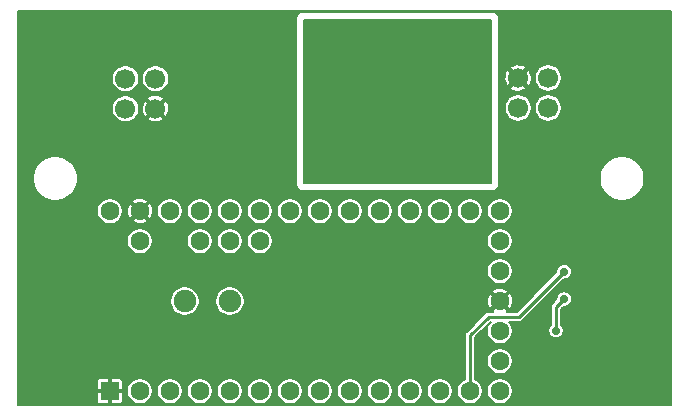
<source format=gbr>
G04 #@! TF.GenerationSoftware,KiCad,Pcbnew,(5.1.5)-2*
G04 #@! TF.CreationDate,2020-01-08T13:09:33+10:00*
G04 #@! TF.ProjectId,teensy-carrier,7465656e-7379-42d6-9361-72726965722e,rev?*
G04 #@! TF.SameCoordinates,Original*
G04 #@! TF.FileFunction,Copper,L2,Bot*
G04 #@! TF.FilePolarity,Positive*
%FSLAX46Y46*%
G04 Gerber Fmt 4.6, Leading zero omitted, Abs format (unit mm)*
G04 Created by KiCad (PCBNEW (5.1.5)-2) date 2020-01-08 13:09:33*
%MOMM*%
%LPD*%
G04 APERTURE LIST*
%ADD10C,1.700000*%
%ADD11C,1.900000*%
%ADD12R,1.600000X1.600000*%
%ADD13C,1.600000*%
%ADD14C,0.700000*%
%ADD15C,0.250000*%
%ADD16C,0.200000*%
G04 APERTURE END LIST*
D10*
X676960000Y-371060000D03*
X676960000Y-373600000D03*
X679500000Y-371060000D03*
X679500000Y-373600000D03*
X712740000Y-373540000D03*
X712740000Y-371000000D03*
X710200000Y-373540000D03*
X710200000Y-371000000D03*
D11*
X681990000Y-389890000D03*
X685800000Y-389890000D03*
D12*
X675640000Y-397510000D03*
D13*
X678180000Y-397510000D03*
X680720000Y-397510000D03*
X683260000Y-397510000D03*
X685800000Y-397510000D03*
X688340000Y-397510000D03*
X690880000Y-397510000D03*
X693420000Y-397510000D03*
X695960000Y-397510000D03*
X698500000Y-397510000D03*
X701040000Y-397510000D03*
X703580000Y-397510000D03*
X706120000Y-397510000D03*
X688340000Y-384810000D03*
X685800000Y-384810000D03*
X683260000Y-384810000D03*
X678180000Y-384810000D03*
X675640000Y-382270000D03*
X678180000Y-382270000D03*
X680720000Y-382270000D03*
X683260000Y-382270000D03*
X685800000Y-382270000D03*
X688340000Y-382270000D03*
X690880000Y-382270000D03*
X693420000Y-382270000D03*
X695960000Y-382270000D03*
X698500000Y-382270000D03*
X701040000Y-382270000D03*
X703580000Y-382270000D03*
X706120000Y-382270000D03*
X708660000Y-397510000D03*
X708660000Y-394970000D03*
X708660000Y-392430000D03*
X708660000Y-382270000D03*
X708660000Y-384810000D03*
X708660000Y-387350000D03*
X708660000Y-389890000D03*
D14*
X690400000Y-369700000D03*
X688700000Y-369700000D03*
X687100000Y-369700000D03*
X717800000Y-388700000D03*
X702000000Y-376000000D03*
X700000000Y-376000000D03*
X698000000Y-376000000D03*
X702000000Y-374000000D03*
X700000000Y-374000000D03*
X698000000Y-374000000D03*
X702000000Y-372000000D03*
X700000000Y-372000000D03*
X698000000Y-372000000D03*
X702000000Y-370000000D03*
X700000000Y-370000000D03*
X698000000Y-370000000D03*
X696000000Y-376000000D03*
X696000000Y-374000000D03*
X696000000Y-372000000D03*
X696000000Y-370000000D03*
X694000000Y-376000000D03*
X694000000Y-374000000D03*
X694000000Y-372000000D03*
X694000000Y-370000000D03*
X702000000Y-368000000D03*
X700000000Y-368000000D03*
X698000000Y-368000000D03*
X696000000Y-368000000D03*
X694000000Y-368000000D03*
X713410000Y-392390000D03*
X714100000Y-389700000D03*
X714099996Y-387400000D03*
D15*
X713410000Y-390390000D02*
X714100000Y-389700000D01*
X713410000Y-392390000D02*
X713410000Y-390390000D01*
X713749997Y-387749999D02*
X714099996Y-387400000D01*
X707700000Y-391200000D02*
X710299996Y-391200000D01*
X706120000Y-392780000D02*
X707700000Y-391200000D01*
X710299996Y-391200000D02*
X713749997Y-387749999D01*
X706120000Y-397510000D02*
X706120000Y-392780000D01*
D16*
G36*
X723175000Y-398675000D02*
G01*
X667825000Y-398675000D01*
X667825000Y-398310000D01*
X674538548Y-398310000D01*
X674544340Y-398368810D01*
X674561495Y-398425361D01*
X674589352Y-398477478D01*
X674626841Y-398523159D01*
X674672522Y-398560648D01*
X674724639Y-398588505D01*
X674781190Y-398605660D01*
X674840000Y-398611452D01*
X675465000Y-398610000D01*
X675540000Y-398535000D01*
X675540000Y-397610000D01*
X675740000Y-397610000D01*
X675740000Y-398535000D01*
X675815000Y-398610000D01*
X676440000Y-398611452D01*
X676498810Y-398605660D01*
X676555361Y-398588505D01*
X676607478Y-398560648D01*
X676653159Y-398523159D01*
X676690648Y-398477478D01*
X676718505Y-398425361D01*
X676735660Y-398368810D01*
X676741452Y-398310000D01*
X676740000Y-397685000D01*
X676665000Y-397610000D01*
X675740000Y-397610000D01*
X675540000Y-397610000D01*
X674615000Y-397610000D01*
X674540000Y-397685000D01*
X674538548Y-398310000D01*
X667825000Y-398310000D01*
X667825000Y-396710000D01*
X674538548Y-396710000D01*
X674540000Y-397335000D01*
X674615000Y-397410000D01*
X675540000Y-397410000D01*
X675540000Y-396485000D01*
X675740000Y-396485000D01*
X675740000Y-397410000D01*
X676665000Y-397410000D01*
X676673341Y-397401659D01*
X677080000Y-397401659D01*
X677080000Y-397618341D01*
X677122273Y-397830858D01*
X677205193Y-398031045D01*
X677325575Y-398211209D01*
X677478791Y-398364425D01*
X677658955Y-398484807D01*
X677859142Y-398567727D01*
X678071659Y-398610000D01*
X678288341Y-398610000D01*
X678500858Y-398567727D01*
X678701045Y-398484807D01*
X678881209Y-398364425D01*
X679034425Y-398211209D01*
X679154807Y-398031045D01*
X679237727Y-397830858D01*
X679280000Y-397618341D01*
X679280000Y-397401659D01*
X679620000Y-397401659D01*
X679620000Y-397618341D01*
X679662273Y-397830858D01*
X679745193Y-398031045D01*
X679865575Y-398211209D01*
X680018791Y-398364425D01*
X680198955Y-398484807D01*
X680399142Y-398567727D01*
X680611659Y-398610000D01*
X680828341Y-398610000D01*
X681040858Y-398567727D01*
X681241045Y-398484807D01*
X681421209Y-398364425D01*
X681574425Y-398211209D01*
X681694807Y-398031045D01*
X681777727Y-397830858D01*
X681820000Y-397618341D01*
X681820000Y-397401659D01*
X682160000Y-397401659D01*
X682160000Y-397618341D01*
X682202273Y-397830858D01*
X682285193Y-398031045D01*
X682405575Y-398211209D01*
X682558791Y-398364425D01*
X682738955Y-398484807D01*
X682939142Y-398567727D01*
X683151659Y-398610000D01*
X683368341Y-398610000D01*
X683580858Y-398567727D01*
X683781045Y-398484807D01*
X683961209Y-398364425D01*
X684114425Y-398211209D01*
X684234807Y-398031045D01*
X684317727Y-397830858D01*
X684360000Y-397618341D01*
X684360000Y-397401659D01*
X684700000Y-397401659D01*
X684700000Y-397618341D01*
X684742273Y-397830858D01*
X684825193Y-398031045D01*
X684945575Y-398211209D01*
X685098791Y-398364425D01*
X685278955Y-398484807D01*
X685479142Y-398567727D01*
X685691659Y-398610000D01*
X685908341Y-398610000D01*
X686120858Y-398567727D01*
X686321045Y-398484807D01*
X686501209Y-398364425D01*
X686654425Y-398211209D01*
X686774807Y-398031045D01*
X686857727Y-397830858D01*
X686900000Y-397618341D01*
X686900000Y-397401659D01*
X687240000Y-397401659D01*
X687240000Y-397618341D01*
X687282273Y-397830858D01*
X687365193Y-398031045D01*
X687485575Y-398211209D01*
X687638791Y-398364425D01*
X687818955Y-398484807D01*
X688019142Y-398567727D01*
X688231659Y-398610000D01*
X688448341Y-398610000D01*
X688660858Y-398567727D01*
X688861045Y-398484807D01*
X689041209Y-398364425D01*
X689194425Y-398211209D01*
X689314807Y-398031045D01*
X689397727Y-397830858D01*
X689440000Y-397618341D01*
X689440000Y-397401659D01*
X689780000Y-397401659D01*
X689780000Y-397618341D01*
X689822273Y-397830858D01*
X689905193Y-398031045D01*
X690025575Y-398211209D01*
X690178791Y-398364425D01*
X690358955Y-398484807D01*
X690559142Y-398567727D01*
X690771659Y-398610000D01*
X690988341Y-398610000D01*
X691200858Y-398567727D01*
X691401045Y-398484807D01*
X691581209Y-398364425D01*
X691734425Y-398211209D01*
X691854807Y-398031045D01*
X691937727Y-397830858D01*
X691980000Y-397618341D01*
X691980000Y-397401659D01*
X692320000Y-397401659D01*
X692320000Y-397618341D01*
X692362273Y-397830858D01*
X692445193Y-398031045D01*
X692565575Y-398211209D01*
X692718791Y-398364425D01*
X692898955Y-398484807D01*
X693099142Y-398567727D01*
X693311659Y-398610000D01*
X693528341Y-398610000D01*
X693740858Y-398567727D01*
X693941045Y-398484807D01*
X694121209Y-398364425D01*
X694274425Y-398211209D01*
X694394807Y-398031045D01*
X694477727Y-397830858D01*
X694520000Y-397618341D01*
X694520000Y-397401659D01*
X694860000Y-397401659D01*
X694860000Y-397618341D01*
X694902273Y-397830858D01*
X694985193Y-398031045D01*
X695105575Y-398211209D01*
X695258791Y-398364425D01*
X695438955Y-398484807D01*
X695639142Y-398567727D01*
X695851659Y-398610000D01*
X696068341Y-398610000D01*
X696280858Y-398567727D01*
X696481045Y-398484807D01*
X696661209Y-398364425D01*
X696814425Y-398211209D01*
X696934807Y-398031045D01*
X697017727Y-397830858D01*
X697060000Y-397618341D01*
X697060000Y-397401659D01*
X697400000Y-397401659D01*
X697400000Y-397618341D01*
X697442273Y-397830858D01*
X697525193Y-398031045D01*
X697645575Y-398211209D01*
X697798791Y-398364425D01*
X697978955Y-398484807D01*
X698179142Y-398567727D01*
X698391659Y-398610000D01*
X698608341Y-398610000D01*
X698820858Y-398567727D01*
X699021045Y-398484807D01*
X699201209Y-398364425D01*
X699354425Y-398211209D01*
X699474807Y-398031045D01*
X699557727Y-397830858D01*
X699600000Y-397618341D01*
X699600000Y-397401659D01*
X699940000Y-397401659D01*
X699940000Y-397618341D01*
X699982273Y-397830858D01*
X700065193Y-398031045D01*
X700185575Y-398211209D01*
X700338791Y-398364425D01*
X700518955Y-398484807D01*
X700719142Y-398567727D01*
X700931659Y-398610000D01*
X701148341Y-398610000D01*
X701360858Y-398567727D01*
X701561045Y-398484807D01*
X701741209Y-398364425D01*
X701894425Y-398211209D01*
X702014807Y-398031045D01*
X702097727Y-397830858D01*
X702140000Y-397618341D01*
X702140000Y-397401659D01*
X702480000Y-397401659D01*
X702480000Y-397618341D01*
X702522273Y-397830858D01*
X702605193Y-398031045D01*
X702725575Y-398211209D01*
X702878791Y-398364425D01*
X703058955Y-398484807D01*
X703259142Y-398567727D01*
X703471659Y-398610000D01*
X703688341Y-398610000D01*
X703900858Y-398567727D01*
X704101045Y-398484807D01*
X704281209Y-398364425D01*
X704434425Y-398211209D01*
X704554807Y-398031045D01*
X704637727Y-397830858D01*
X704680000Y-397618341D01*
X704680000Y-397401659D01*
X705020000Y-397401659D01*
X705020000Y-397618341D01*
X705062273Y-397830858D01*
X705145193Y-398031045D01*
X705265575Y-398211209D01*
X705418791Y-398364425D01*
X705598955Y-398484807D01*
X705799142Y-398567727D01*
X706011659Y-398610000D01*
X706228341Y-398610000D01*
X706440858Y-398567727D01*
X706641045Y-398484807D01*
X706821209Y-398364425D01*
X706974425Y-398211209D01*
X707094807Y-398031045D01*
X707177727Y-397830858D01*
X707220000Y-397618341D01*
X707220000Y-397401659D01*
X707560000Y-397401659D01*
X707560000Y-397618341D01*
X707602273Y-397830858D01*
X707685193Y-398031045D01*
X707805575Y-398211209D01*
X707958791Y-398364425D01*
X708138955Y-398484807D01*
X708339142Y-398567727D01*
X708551659Y-398610000D01*
X708768341Y-398610000D01*
X708980858Y-398567727D01*
X709181045Y-398484807D01*
X709361209Y-398364425D01*
X709514425Y-398211209D01*
X709634807Y-398031045D01*
X709717727Y-397830858D01*
X709760000Y-397618341D01*
X709760000Y-397401659D01*
X709717727Y-397189142D01*
X709634807Y-396988955D01*
X709514425Y-396808791D01*
X709361209Y-396655575D01*
X709181045Y-396535193D01*
X708980858Y-396452273D01*
X708768341Y-396410000D01*
X708551659Y-396410000D01*
X708339142Y-396452273D01*
X708138955Y-396535193D01*
X707958791Y-396655575D01*
X707805575Y-396808791D01*
X707685193Y-396988955D01*
X707602273Y-397189142D01*
X707560000Y-397401659D01*
X707220000Y-397401659D01*
X707177727Y-397189142D01*
X707094807Y-396988955D01*
X706974425Y-396808791D01*
X706821209Y-396655575D01*
X706641045Y-396535193D01*
X706545000Y-396495410D01*
X706545000Y-394861659D01*
X707560000Y-394861659D01*
X707560000Y-395078341D01*
X707602273Y-395290858D01*
X707685193Y-395491045D01*
X707805575Y-395671209D01*
X707958791Y-395824425D01*
X708138955Y-395944807D01*
X708339142Y-396027727D01*
X708551659Y-396070000D01*
X708768341Y-396070000D01*
X708980858Y-396027727D01*
X709181045Y-395944807D01*
X709361209Y-395824425D01*
X709514425Y-395671209D01*
X709634807Y-395491045D01*
X709717727Y-395290858D01*
X709760000Y-395078341D01*
X709760000Y-394861659D01*
X709717727Y-394649142D01*
X709634807Y-394448955D01*
X709514425Y-394268791D01*
X709361209Y-394115575D01*
X709181045Y-393995193D01*
X708980858Y-393912273D01*
X708768341Y-393870000D01*
X708551659Y-393870000D01*
X708339142Y-393912273D01*
X708138955Y-393995193D01*
X707958791Y-394115575D01*
X707805575Y-394268791D01*
X707685193Y-394448955D01*
X707602273Y-394649142D01*
X707560000Y-394861659D01*
X706545000Y-394861659D01*
X706545000Y-392956040D01*
X707876041Y-391625000D01*
X707909366Y-391625000D01*
X707805575Y-391728791D01*
X707685193Y-391908955D01*
X707602273Y-392109142D01*
X707560000Y-392321659D01*
X707560000Y-392538341D01*
X707602273Y-392750858D01*
X707685193Y-392951045D01*
X707805575Y-393131209D01*
X707958791Y-393284425D01*
X708138955Y-393404807D01*
X708339142Y-393487727D01*
X708551659Y-393530000D01*
X708768341Y-393530000D01*
X708980858Y-393487727D01*
X709181045Y-393404807D01*
X709361209Y-393284425D01*
X709514425Y-393131209D01*
X709634807Y-392951045D01*
X709717727Y-392750858D01*
X709760000Y-392538341D01*
X709760000Y-392325981D01*
X712760000Y-392325981D01*
X712760000Y-392454019D01*
X712784979Y-392579598D01*
X712833978Y-392697890D01*
X712905112Y-392804351D01*
X712995649Y-392894888D01*
X713102110Y-392966022D01*
X713220402Y-393015021D01*
X713345981Y-393040000D01*
X713474019Y-393040000D01*
X713599598Y-393015021D01*
X713717890Y-392966022D01*
X713824351Y-392894888D01*
X713914888Y-392804351D01*
X713986022Y-392697890D01*
X714035021Y-392579598D01*
X714060000Y-392454019D01*
X714060000Y-392325981D01*
X714035021Y-392200402D01*
X713986022Y-392082110D01*
X713914888Y-391975649D01*
X713835000Y-391895761D01*
X713835000Y-390566040D01*
X714051040Y-390350000D01*
X714164019Y-390350000D01*
X714289598Y-390325021D01*
X714407890Y-390276022D01*
X714514351Y-390204888D01*
X714604888Y-390114351D01*
X714676022Y-390007890D01*
X714725021Y-389889598D01*
X714750000Y-389764019D01*
X714750000Y-389635981D01*
X714725021Y-389510402D01*
X714676022Y-389392110D01*
X714604888Y-389285649D01*
X714514351Y-389195112D01*
X714407890Y-389123978D01*
X714289598Y-389074979D01*
X714164019Y-389050000D01*
X714035981Y-389050000D01*
X713910402Y-389074979D01*
X713792110Y-389123978D01*
X713685649Y-389195112D01*
X713595112Y-389285649D01*
X713523978Y-389392110D01*
X713474979Y-389510402D01*
X713450000Y-389635981D01*
X713450000Y-389748960D01*
X713124239Y-390074721D01*
X713108027Y-390088026D01*
X713054917Y-390152740D01*
X713027044Y-390204888D01*
X713015453Y-390226573D01*
X712991150Y-390306686D01*
X712982945Y-390390000D01*
X712985001Y-390410877D01*
X712985000Y-391895761D01*
X712905112Y-391975649D01*
X712833978Y-392082110D01*
X712784979Y-392200402D01*
X712760000Y-392325981D01*
X709760000Y-392325981D01*
X709760000Y-392321659D01*
X709717727Y-392109142D01*
X709634807Y-391908955D01*
X709514425Y-391728791D01*
X709410634Y-391625000D01*
X710279129Y-391625000D01*
X710299996Y-391627055D01*
X710320863Y-391625000D01*
X710320870Y-391625000D01*
X710383310Y-391618850D01*
X710463423Y-391594548D01*
X710537256Y-391555084D01*
X710601970Y-391501974D01*
X710615279Y-391485757D01*
X714051037Y-388050000D01*
X714164015Y-388050000D01*
X714289594Y-388025021D01*
X714407886Y-387976022D01*
X714514347Y-387904888D01*
X714604884Y-387814351D01*
X714676018Y-387707890D01*
X714725017Y-387589598D01*
X714749996Y-387464019D01*
X714749996Y-387335981D01*
X714725017Y-387210402D01*
X714676018Y-387092110D01*
X714604884Y-386985649D01*
X714514347Y-386895112D01*
X714407886Y-386823978D01*
X714289594Y-386774979D01*
X714164015Y-386750000D01*
X714035977Y-386750000D01*
X713910398Y-386774979D01*
X713792106Y-386823978D01*
X713685645Y-386895112D01*
X713595108Y-386985649D01*
X713523974Y-387092110D01*
X713474975Y-387210402D01*
X713449996Y-387335981D01*
X713449996Y-387448959D01*
X710123956Y-390775000D01*
X709263119Y-390775000D01*
X709314398Y-390685819D01*
X708660000Y-390031421D01*
X708005602Y-390685819D01*
X708056881Y-390775000D01*
X707720866Y-390775000D01*
X707699999Y-390772945D01*
X707679132Y-390775000D01*
X707679126Y-390775000D01*
X707625098Y-390780321D01*
X707616685Y-390781150D01*
X707592383Y-390788522D01*
X707536573Y-390805452D01*
X707462740Y-390844916D01*
X707398026Y-390898026D01*
X707384721Y-390914238D01*
X705834239Y-392464721D01*
X705818027Y-392478026D01*
X705764917Y-392542740D01*
X705725453Y-392616573D01*
X705701150Y-392696686D01*
X705692945Y-392780000D01*
X705695001Y-392800877D01*
X705695000Y-396495410D01*
X705598955Y-396535193D01*
X705418791Y-396655575D01*
X705265575Y-396808791D01*
X705145193Y-396988955D01*
X705062273Y-397189142D01*
X705020000Y-397401659D01*
X704680000Y-397401659D01*
X704637727Y-397189142D01*
X704554807Y-396988955D01*
X704434425Y-396808791D01*
X704281209Y-396655575D01*
X704101045Y-396535193D01*
X703900858Y-396452273D01*
X703688341Y-396410000D01*
X703471659Y-396410000D01*
X703259142Y-396452273D01*
X703058955Y-396535193D01*
X702878791Y-396655575D01*
X702725575Y-396808791D01*
X702605193Y-396988955D01*
X702522273Y-397189142D01*
X702480000Y-397401659D01*
X702140000Y-397401659D01*
X702097727Y-397189142D01*
X702014807Y-396988955D01*
X701894425Y-396808791D01*
X701741209Y-396655575D01*
X701561045Y-396535193D01*
X701360858Y-396452273D01*
X701148341Y-396410000D01*
X700931659Y-396410000D01*
X700719142Y-396452273D01*
X700518955Y-396535193D01*
X700338791Y-396655575D01*
X700185575Y-396808791D01*
X700065193Y-396988955D01*
X699982273Y-397189142D01*
X699940000Y-397401659D01*
X699600000Y-397401659D01*
X699557727Y-397189142D01*
X699474807Y-396988955D01*
X699354425Y-396808791D01*
X699201209Y-396655575D01*
X699021045Y-396535193D01*
X698820858Y-396452273D01*
X698608341Y-396410000D01*
X698391659Y-396410000D01*
X698179142Y-396452273D01*
X697978955Y-396535193D01*
X697798791Y-396655575D01*
X697645575Y-396808791D01*
X697525193Y-396988955D01*
X697442273Y-397189142D01*
X697400000Y-397401659D01*
X697060000Y-397401659D01*
X697017727Y-397189142D01*
X696934807Y-396988955D01*
X696814425Y-396808791D01*
X696661209Y-396655575D01*
X696481045Y-396535193D01*
X696280858Y-396452273D01*
X696068341Y-396410000D01*
X695851659Y-396410000D01*
X695639142Y-396452273D01*
X695438955Y-396535193D01*
X695258791Y-396655575D01*
X695105575Y-396808791D01*
X694985193Y-396988955D01*
X694902273Y-397189142D01*
X694860000Y-397401659D01*
X694520000Y-397401659D01*
X694477727Y-397189142D01*
X694394807Y-396988955D01*
X694274425Y-396808791D01*
X694121209Y-396655575D01*
X693941045Y-396535193D01*
X693740858Y-396452273D01*
X693528341Y-396410000D01*
X693311659Y-396410000D01*
X693099142Y-396452273D01*
X692898955Y-396535193D01*
X692718791Y-396655575D01*
X692565575Y-396808791D01*
X692445193Y-396988955D01*
X692362273Y-397189142D01*
X692320000Y-397401659D01*
X691980000Y-397401659D01*
X691937727Y-397189142D01*
X691854807Y-396988955D01*
X691734425Y-396808791D01*
X691581209Y-396655575D01*
X691401045Y-396535193D01*
X691200858Y-396452273D01*
X690988341Y-396410000D01*
X690771659Y-396410000D01*
X690559142Y-396452273D01*
X690358955Y-396535193D01*
X690178791Y-396655575D01*
X690025575Y-396808791D01*
X689905193Y-396988955D01*
X689822273Y-397189142D01*
X689780000Y-397401659D01*
X689440000Y-397401659D01*
X689397727Y-397189142D01*
X689314807Y-396988955D01*
X689194425Y-396808791D01*
X689041209Y-396655575D01*
X688861045Y-396535193D01*
X688660858Y-396452273D01*
X688448341Y-396410000D01*
X688231659Y-396410000D01*
X688019142Y-396452273D01*
X687818955Y-396535193D01*
X687638791Y-396655575D01*
X687485575Y-396808791D01*
X687365193Y-396988955D01*
X687282273Y-397189142D01*
X687240000Y-397401659D01*
X686900000Y-397401659D01*
X686857727Y-397189142D01*
X686774807Y-396988955D01*
X686654425Y-396808791D01*
X686501209Y-396655575D01*
X686321045Y-396535193D01*
X686120858Y-396452273D01*
X685908341Y-396410000D01*
X685691659Y-396410000D01*
X685479142Y-396452273D01*
X685278955Y-396535193D01*
X685098791Y-396655575D01*
X684945575Y-396808791D01*
X684825193Y-396988955D01*
X684742273Y-397189142D01*
X684700000Y-397401659D01*
X684360000Y-397401659D01*
X684317727Y-397189142D01*
X684234807Y-396988955D01*
X684114425Y-396808791D01*
X683961209Y-396655575D01*
X683781045Y-396535193D01*
X683580858Y-396452273D01*
X683368341Y-396410000D01*
X683151659Y-396410000D01*
X682939142Y-396452273D01*
X682738955Y-396535193D01*
X682558791Y-396655575D01*
X682405575Y-396808791D01*
X682285193Y-396988955D01*
X682202273Y-397189142D01*
X682160000Y-397401659D01*
X681820000Y-397401659D01*
X681777727Y-397189142D01*
X681694807Y-396988955D01*
X681574425Y-396808791D01*
X681421209Y-396655575D01*
X681241045Y-396535193D01*
X681040858Y-396452273D01*
X680828341Y-396410000D01*
X680611659Y-396410000D01*
X680399142Y-396452273D01*
X680198955Y-396535193D01*
X680018791Y-396655575D01*
X679865575Y-396808791D01*
X679745193Y-396988955D01*
X679662273Y-397189142D01*
X679620000Y-397401659D01*
X679280000Y-397401659D01*
X679237727Y-397189142D01*
X679154807Y-396988955D01*
X679034425Y-396808791D01*
X678881209Y-396655575D01*
X678701045Y-396535193D01*
X678500858Y-396452273D01*
X678288341Y-396410000D01*
X678071659Y-396410000D01*
X677859142Y-396452273D01*
X677658955Y-396535193D01*
X677478791Y-396655575D01*
X677325575Y-396808791D01*
X677205193Y-396988955D01*
X677122273Y-397189142D01*
X677080000Y-397401659D01*
X676673341Y-397401659D01*
X676740000Y-397335000D01*
X676741452Y-396710000D01*
X676735660Y-396651190D01*
X676718505Y-396594639D01*
X676690648Y-396542522D01*
X676653159Y-396496841D01*
X676607478Y-396459352D01*
X676555361Y-396431495D01*
X676498810Y-396414340D01*
X676440000Y-396408548D01*
X675815000Y-396410000D01*
X675740000Y-396485000D01*
X675540000Y-396485000D01*
X675465000Y-396410000D01*
X674840000Y-396408548D01*
X674781190Y-396414340D01*
X674724639Y-396431495D01*
X674672522Y-396459352D01*
X674626841Y-396496841D01*
X674589352Y-396542522D01*
X674561495Y-396594639D01*
X674544340Y-396651190D01*
X674538548Y-396710000D01*
X667825000Y-396710000D01*
X667825000Y-389766886D01*
X680740000Y-389766886D01*
X680740000Y-390013114D01*
X680788037Y-390254611D01*
X680882265Y-390482097D01*
X681019062Y-390686828D01*
X681193172Y-390860938D01*
X681397903Y-390997735D01*
X681625389Y-391091963D01*
X681866886Y-391140000D01*
X682113114Y-391140000D01*
X682354611Y-391091963D01*
X682582097Y-390997735D01*
X682786828Y-390860938D01*
X682960938Y-390686828D01*
X683097735Y-390482097D01*
X683191963Y-390254611D01*
X683240000Y-390013114D01*
X683240000Y-389766886D01*
X684550000Y-389766886D01*
X684550000Y-390013114D01*
X684598037Y-390254611D01*
X684692265Y-390482097D01*
X684829062Y-390686828D01*
X685003172Y-390860938D01*
X685207903Y-390997735D01*
X685435389Y-391091963D01*
X685676886Y-391140000D01*
X685923114Y-391140000D01*
X686164611Y-391091963D01*
X686392097Y-390997735D01*
X686596828Y-390860938D01*
X686770938Y-390686828D01*
X686907735Y-390482097D01*
X687001963Y-390254611D01*
X687050000Y-390013114D01*
X687050000Y-389946706D01*
X707556133Y-389946706D01*
X707588407Y-390160970D01*
X707661861Y-390364821D01*
X707710665Y-390456126D01*
X707864181Y-390544398D01*
X708518579Y-389890000D01*
X708801421Y-389890000D01*
X709455819Y-390544398D01*
X709609335Y-390456126D01*
X709701540Y-390260042D01*
X709753719Y-390049737D01*
X709763867Y-389833294D01*
X709731593Y-389619030D01*
X709658139Y-389415179D01*
X709609335Y-389323874D01*
X709455819Y-389235602D01*
X708801421Y-389890000D01*
X708518579Y-389890000D01*
X707864181Y-389235602D01*
X707710665Y-389323874D01*
X707618460Y-389519958D01*
X707566281Y-389730263D01*
X707556133Y-389946706D01*
X687050000Y-389946706D01*
X687050000Y-389766886D01*
X687001963Y-389525389D01*
X686907735Y-389297903D01*
X686771613Y-389094181D01*
X708005602Y-389094181D01*
X708660000Y-389748579D01*
X709314398Y-389094181D01*
X709226126Y-388940665D01*
X709030042Y-388848460D01*
X708819737Y-388796281D01*
X708603294Y-388786133D01*
X708389030Y-388818407D01*
X708185179Y-388891861D01*
X708093874Y-388940665D01*
X708005602Y-389094181D01*
X686771613Y-389094181D01*
X686770938Y-389093172D01*
X686596828Y-388919062D01*
X686392097Y-388782265D01*
X686164611Y-388688037D01*
X685923114Y-388640000D01*
X685676886Y-388640000D01*
X685435389Y-388688037D01*
X685207903Y-388782265D01*
X685003172Y-388919062D01*
X684829062Y-389093172D01*
X684692265Y-389297903D01*
X684598037Y-389525389D01*
X684550000Y-389766886D01*
X683240000Y-389766886D01*
X683191963Y-389525389D01*
X683097735Y-389297903D01*
X682960938Y-389093172D01*
X682786828Y-388919062D01*
X682582097Y-388782265D01*
X682354611Y-388688037D01*
X682113114Y-388640000D01*
X681866886Y-388640000D01*
X681625389Y-388688037D01*
X681397903Y-388782265D01*
X681193172Y-388919062D01*
X681019062Y-389093172D01*
X680882265Y-389297903D01*
X680788037Y-389525389D01*
X680740000Y-389766886D01*
X667825000Y-389766886D01*
X667825000Y-387241659D01*
X707560000Y-387241659D01*
X707560000Y-387458341D01*
X707602273Y-387670858D01*
X707685193Y-387871045D01*
X707805575Y-388051209D01*
X707958791Y-388204425D01*
X708138955Y-388324807D01*
X708339142Y-388407727D01*
X708551659Y-388450000D01*
X708768341Y-388450000D01*
X708980858Y-388407727D01*
X709181045Y-388324807D01*
X709361209Y-388204425D01*
X709514425Y-388051209D01*
X709634807Y-387871045D01*
X709717727Y-387670858D01*
X709760000Y-387458341D01*
X709760000Y-387241659D01*
X709717727Y-387029142D01*
X709634807Y-386828955D01*
X709514425Y-386648791D01*
X709361209Y-386495575D01*
X709181045Y-386375193D01*
X708980858Y-386292273D01*
X708768341Y-386250000D01*
X708551659Y-386250000D01*
X708339142Y-386292273D01*
X708138955Y-386375193D01*
X707958791Y-386495575D01*
X707805575Y-386648791D01*
X707685193Y-386828955D01*
X707602273Y-387029142D01*
X707560000Y-387241659D01*
X667825000Y-387241659D01*
X667825000Y-384701659D01*
X677080000Y-384701659D01*
X677080000Y-384918341D01*
X677122273Y-385130858D01*
X677205193Y-385331045D01*
X677325575Y-385511209D01*
X677478791Y-385664425D01*
X677658955Y-385784807D01*
X677859142Y-385867727D01*
X678071659Y-385910000D01*
X678288341Y-385910000D01*
X678500858Y-385867727D01*
X678701045Y-385784807D01*
X678881209Y-385664425D01*
X679034425Y-385511209D01*
X679154807Y-385331045D01*
X679237727Y-385130858D01*
X679280000Y-384918341D01*
X679280000Y-384701659D01*
X682160000Y-384701659D01*
X682160000Y-384918341D01*
X682202273Y-385130858D01*
X682285193Y-385331045D01*
X682405575Y-385511209D01*
X682558791Y-385664425D01*
X682738955Y-385784807D01*
X682939142Y-385867727D01*
X683151659Y-385910000D01*
X683368341Y-385910000D01*
X683580858Y-385867727D01*
X683781045Y-385784807D01*
X683961209Y-385664425D01*
X684114425Y-385511209D01*
X684234807Y-385331045D01*
X684317727Y-385130858D01*
X684360000Y-384918341D01*
X684360000Y-384701659D01*
X684700000Y-384701659D01*
X684700000Y-384918341D01*
X684742273Y-385130858D01*
X684825193Y-385331045D01*
X684945575Y-385511209D01*
X685098791Y-385664425D01*
X685278955Y-385784807D01*
X685479142Y-385867727D01*
X685691659Y-385910000D01*
X685908341Y-385910000D01*
X686120858Y-385867727D01*
X686321045Y-385784807D01*
X686501209Y-385664425D01*
X686654425Y-385511209D01*
X686774807Y-385331045D01*
X686857727Y-385130858D01*
X686900000Y-384918341D01*
X686900000Y-384701659D01*
X687240000Y-384701659D01*
X687240000Y-384918341D01*
X687282273Y-385130858D01*
X687365193Y-385331045D01*
X687485575Y-385511209D01*
X687638791Y-385664425D01*
X687818955Y-385784807D01*
X688019142Y-385867727D01*
X688231659Y-385910000D01*
X688448341Y-385910000D01*
X688660858Y-385867727D01*
X688861045Y-385784807D01*
X689041209Y-385664425D01*
X689194425Y-385511209D01*
X689314807Y-385331045D01*
X689397727Y-385130858D01*
X689440000Y-384918341D01*
X689440000Y-384701659D01*
X707560000Y-384701659D01*
X707560000Y-384918341D01*
X707602273Y-385130858D01*
X707685193Y-385331045D01*
X707805575Y-385511209D01*
X707958791Y-385664425D01*
X708138955Y-385784807D01*
X708339142Y-385867727D01*
X708551659Y-385910000D01*
X708768341Y-385910000D01*
X708980858Y-385867727D01*
X709181045Y-385784807D01*
X709361209Y-385664425D01*
X709514425Y-385511209D01*
X709634807Y-385331045D01*
X709717727Y-385130858D01*
X709760000Y-384918341D01*
X709760000Y-384701659D01*
X709717727Y-384489142D01*
X709634807Y-384288955D01*
X709514425Y-384108791D01*
X709361209Y-383955575D01*
X709181045Y-383835193D01*
X708980858Y-383752273D01*
X708768341Y-383710000D01*
X708551659Y-383710000D01*
X708339142Y-383752273D01*
X708138955Y-383835193D01*
X707958791Y-383955575D01*
X707805575Y-384108791D01*
X707685193Y-384288955D01*
X707602273Y-384489142D01*
X707560000Y-384701659D01*
X689440000Y-384701659D01*
X689397727Y-384489142D01*
X689314807Y-384288955D01*
X689194425Y-384108791D01*
X689041209Y-383955575D01*
X688861045Y-383835193D01*
X688660858Y-383752273D01*
X688448341Y-383710000D01*
X688231659Y-383710000D01*
X688019142Y-383752273D01*
X687818955Y-383835193D01*
X687638791Y-383955575D01*
X687485575Y-384108791D01*
X687365193Y-384288955D01*
X687282273Y-384489142D01*
X687240000Y-384701659D01*
X686900000Y-384701659D01*
X686857727Y-384489142D01*
X686774807Y-384288955D01*
X686654425Y-384108791D01*
X686501209Y-383955575D01*
X686321045Y-383835193D01*
X686120858Y-383752273D01*
X685908341Y-383710000D01*
X685691659Y-383710000D01*
X685479142Y-383752273D01*
X685278955Y-383835193D01*
X685098791Y-383955575D01*
X684945575Y-384108791D01*
X684825193Y-384288955D01*
X684742273Y-384489142D01*
X684700000Y-384701659D01*
X684360000Y-384701659D01*
X684317727Y-384489142D01*
X684234807Y-384288955D01*
X684114425Y-384108791D01*
X683961209Y-383955575D01*
X683781045Y-383835193D01*
X683580858Y-383752273D01*
X683368341Y-383710000D01*
X683151659Y-383710000D01*
X682939142Y-383752273D01*
X682738955Y-383835193D01*
X682558791Y-383955575D01*
X682405575Y-384108791D01*
X682285193Y-384288955D01*
X682202273Y-384489142D01*
X682160000Y-384701659D01*
X679280000Y-384701659D01*
X679237727Y-384489142D01*
X679154807Y-384288955D01*
X679034425Y-384108791D01*
X678881209Y-383955575D01*
X678701045Y-383835193D01*
X678500858Y-383752273D01*
X678288341Y-383710000D01*
X678071659Y-383710000D01*
X677859142Y-383752273D01*
X677658955Y-383835193D01*
X677478791Y-383955575D01*
X677325575Y-384108791D01*
X677205193Y-384288955D01*
X677122273Y-384489142D01*
X677080000Y-384701659D01*
X667825000Y-384701659D01*
X667825000Y-382161659D01*
X674540000Y-382161659D01*
X674540000Y-382378341D01*
X674582273Y-382590858D01*
X674665193Y-382791045D01*
X674785575Y-382971209D01*
X674938791Y-383124425D01*
X675118955Y-383244807D01*
X675319142Y-383327727D01*
X675531659Y-383370000D01*
X675748341Y-383370000D01*
X675960858Y-383327727D01*
X676161045Y-383244807D01*
X676341209Y-383124425D01*
X676399815Y-383065819D01*
X677525602Y-383065819D01*
X677613874Y-383219335D01*
X677809958Y-383311540D01*
X678020263Y-383363719D01*
X678236706Y-383373867D01*
X678450970Y-383341593D01*
X678654821Y-383268139D01*
X678746126Y-383219335D01*
X678834398Y-383065819D01*
X678180000Y-382411421D01*
X677525602Y-383065819D01*
X676399815Y-383065819D01*
X676494425Y-382971209D01*
X676614807Y-382791045D01*
X676697727Y-382590858D01*
X676740000Y-382378341D01*
X676740000Y-382326706D01*
X677076133Y-382326706D01*
X677108407Y-382540970D01*
X677181861Y-382744821D01*
X677230665Y-382836126D01*
X677384181Y-382924398D01*
X678038579Y-382270000D01*
X678321421Y-382270000D01*
X678975819Y-382924398D01*
X679129335Y-382836126D01*
X679221540Y-382640042D01*
X679273719Y-382429737D01*
X679283867Y-382213294D01*
X679276090Y-382161659D01*
X679620000Y-382161659D01*
X679620000Y-382378341D01*
X679662273Y-382590858D01*
X679745193Y-382791045D01*
X679865575Y-382971209D01*
X680018791Y-383124425D01*
X680198955Y-383244807D01*
X680399142Y-383327727D01*
X680611659Y-383370000D01*
X680828341Y-383370000D01*
X681040858Y-383327727D01*
X681241045Y-383244807D01*
X681421209Y-383124425D01*
X681574425Y-382971209D01*
X681694807Y-382791045D01*
X681777727Y-382590858D01*
X681820000Y-382378341D01*
X681820000Y-382161659D01*
X682160000Y-382161659D01*
X682160000Y-382378341D01*
X682202273Y-382590858D01*
X682285193Y-382791045D01*
X682405575Y-382971209D01*
X682558791Y-383124425D01*
X682738955Y-383244807D01*
X682939142Y-383327727D01*
X683151659Y-383370000D01*
X683368341Y-383370000D01*
X683580858Y-383327727D01*
X683781045Y-383244807D01*
X683961209Y-383124425D01*
X684114425Y-382971209D01*
X684234807Y-382791045D01*
X684317727Y-382590858D01*
X684360000Y-382378341D01*
X684360000Y-382161659D01*
X684700000Y-382161659D01*
X684700000Y-382378341D01*
X684742273Y-382590858D01*
X684825193Y-382791045D01*
X684945575Y-382971209D01*
X685098791Y-383124425D01*
X685278955Y-383244807D01*
X685479142Y-383327727D01*
X685691659Y-383370000D01*
X685908341Y-383370000D01*
X686120858Y-383327727D01*
X686321045Y-383244807D01*
X686501209Y-383124425D01*
X686654425Y-382971209D01*
X686774807Y-382791045D01*
X686857727Y-382590858D01*
X686900000Y-382378341D01*
X686900000Y-382161659D01*
X687240000Y-382161659D01*
X687240000Y-382378341D01*
X687282273Y-382590858D01*
X687365193Y-382791045D01*
X687485575Y-382971209D01*
X687638791Y-383124425D01*
X687818955Y-383244807D01*
X688019142Y-383327727D01*
X688231659Y-383370000D01*
X688448341Y-383370000D01*
X688660858Y-383327727D01*
X688861045Y-383244807D01*
X689041209Y-383124425D01*
X689194425Y-382971209D01*
X689314807Y-382791045D01*
X689397727Y-382590858D01*
X689440000Y-382378341D01*
X689440000Y-382161659D01*
X689780000Y-382161659D01*
X689780000Y-382378341D01*
X689822273Y-382590858D01*
X689905193Y-382791045D01*
X690025575Y-382971209D01*
X690178791Y-383124425D01*
X690358955Y-383244807D01*
X690559142Y-383327727D01*
X690771659Y-383370000D01*
X690988341Y-383370000D01*
X691200858Y-383327727D01*
X691401045Y-383244807D01*
X691581209Y-383124425D01*
X691734425Y-382971209D01*
X691854807Y-382791045D01*
X691937727Y-382590858D01*
X691980000Y-382378341D01*
X691980000Y-382161659D01*
X692320000Y-382161659D01*
X692320000Y-382378341D01*
X692362273Y-382590858D01*
X692445193Y-382791045D01*
X692565575Y-382971209D01*
X692718791Y-383124425D01*
X692898955Y-383244807D01*
X693099142Y-383327727D01*
X693311659Y-383370000D01*
X693528341Y-383370000D01*
X693740858Y-383327727D01*
X693941045Y-383244807D01*
X694121209Y-383124425D01*
X694274425Y-382971209D01*
X694394807Y-382791045D01*
X694477727Y-382590858D01*
X694520000Y-382378341D01*
X694520000Y-382161659D01*
X694860000Y-382161659D01*
X694860000Y-382378341D01*
X694902273Y-382590858D01*
X694985193Y-382791045D01*
X695105575Y-382971209D01*
X695258791Y-383124425D01*
X695438955Y-383244807D01*
X695639142Y-383327727D01*
X695851659Y-383370000D01*
X696068341Y-383370000D01*
X696280858Y-383327727D01*
X696481045Y-383244807D01*
X696661209Y-383124425D01*
X696814425Y-382971209D01*
X696934807Y-382791045D01*
X697017727Y-382590858D01*
X697060000Y-382378341D01*
X697060000Y-382161659D01*
X697400000Y-382161659D01*
X697400000Y-382378341D01*
X697442273Y-382590858D01*
X697525193Y-382791045D01*
X697645575Y-382971209D01*
X697798791Y-383124425D01*
X697978955Y-383244807D01*
X698179142Y-383327727D01*
X698391659Y-383370000D01*
X698608341Y-383370000D01*
X698820858Y-383327727D01*
X699021045Y-383244807D01*
X699201209Y-383124425D01*
X699354425Y-382971209D01*
X699474807Y-382791045D01*
X699557727Y-382590858D01*
X699600000Y-382378341D01*
X699600000Y-382161659D01*
X699940000Y-382161659D01*
X699940000Y-382378341D01*
X699982273Y-382590858D01*
X700065193Y-382791045D01*
X700185575Y-382971209D01*
X700338791Y-383124425D01*
X700518955Y-383244807D01*
X700719142Y-383327727D01*
X700931659Y-383370000D01*
X701148341Y-383370000D01*
X701360858Y-383327727D01*
X701561045Y-383244807D01*
X701741209Y-383124425D01*
X701894425Y-382971209D01*
X702014807Y-382791045D01*
X702097727Y-382590858D01*
X702140000Y-382378341D01*
X702140000Y-382161659D01*
X702480000Y-382161659D01*
X702480000Y-382378341D01*
X702522273Y-382590858D01*
X702605193Y-382791045D01*
X702725575Y-382971209D01*
X702878791Y-383124425D01*
X703058955Y-383244807D01*
X703259142Y-383327727D01*
X703471659Y-383370000D01*
X703688341Y-383370000D01*
X703900858Y-383327727D01*
X704101045Y-383244807D01*
X704281209Y-383124425D01*
X704434425Y-382971209D01*
X704554807Y-382791045D01*
X704637727Y-382590858D01*
X704680000Y-382378341D01*
X704680000Y-382161659D01*
X705020000Y-382161659D01*
X705020000Y-382378341D01*
X705062273Y-382590858D01*
X705145193Y-382791045D01*
X705265575Y-382971209D01*
X705418791Y-383124425D01*
X705598955Y-383244807D01*
X705799142Y-383327727D01*
X706011659Y-383370000D01*
X706228341Y-383370000D01*
X706440858Y-383327727D01*
X706641045Y-383244807D01*
X706821209Y-383124425D01*
X706974425Y-382971209D01*
X707094807Y-382791045D01*
X707177727Y-382590858D01*
X707220000Y-382378341D01*
X707220000Y-382161659D01*
X707560000Y-382161659D01*
X707560000Y-382378341D01*
X707602273Y-382590858D01*
X707685193Y-382791045D01*
X707805575Y-382971209D01*
X707958791Y-383124425D01*
X708138955Y-383244807D01*
X708339142Y-383327727D01*
X708551659Y-383370000D01*
X708768341Y-383370000D01*
X708980858Y-383327727D01*
X709181045Y-383244807D01*
X709361209Y-383124425D01*
X709514425Y-382971209D01*
X709634807Y-382791045D01*
X709717727Y-382590858D01*
X709760000Y-382378341D01*
X709760000Y-382161659D01*
X709717727Y-381949142D01*
X709634807Y-381748955D01*
X709514425Y-381568791D01*
X709361209Y-381415575D01*
X709181045Y-381295193D01*
X708980858Y-381212273D01*
X708768341Y-381170000D01*
X708551659Y-381170000D01*
X708339142Y-381212273D01*
X708138955Y-381295193D01*
X707958791Y-381415575D01*
X707805575Y-381568791D01*
X707685193Y-381748955D01*
X707602273Y-381949142D01*
X707560000Y-382161659D01*
X707220000Y-382161659D01*
X707177727Y-381949142D01*
X707094807Y-381748955D01*
X706974425Y-381568791D01*
X706821209Y-381415575D01*
X706641045Y-381295193D01*
X706440858Y-381212273D01*
X706228341Y-381170000D01*
X706011659Y-381170000D01*
X705799142Y-381212273D01*
X705598955Y-381295193D01*
X705418791Y-381415575D01*
X705265575Y-381568791D01*
X705145193Y-381748955D01*
X705062273Y-381949142D01*
X705020000Y-382161659D01*
X704680000Y-382161659D01*
X704637727Y-381949142D01*
X704554807Y-381748955D01*
X704434425Y-381568791D01*
X704281209Y-381415575D01*
X704101045Y-381295193D01*
X703900858Y-381212273D01*
X703688341Y-381170000D01*
X703471659Y-381170000D01*
X703259142Y-381212273D01*
X703058955Y-381295193D01*
X702878791Y-381415575D01*
X702725575Y-381568791D01*
X702605193Y-381748955D01*
X702522273Y-381949142D01*
X702480000Y-382161659D01*
X702140000Y-382161659D01*
X702097727Y-381949142D01*
X702014807Y-381748955D01*
X701894425Y-381568791D01*
X701741209Y-381415575D01*
X701561045Y-381295193D01*
X701360858Y-381212273D01*
X701148341Y-381170000D01*
X700931659Y-381170000D01*
X700719142Y-381212273D01*
X700518955Y-381295193D01*
X700338791Y-381415575D01*
X700185575Y-381568791D01*
X700065193Y-381748955D01*
X699982273Y-381949142D01*
X699940000Y-382161659D01*
X699600000Y-382161659D01*
X699557727Y-381949142D01*
X699474807Y-381748955D01*
X699354425Y-381568791D01*
X699201209Y-381415575D01*
X699021045Y-381295193D01*
X698820858Y-381212273D01*
X698608341Y-381170000D01*
X698391659Y-381170000D01*
X698179142Y-381212273D01*
X697978955Y-381295193D01*
X697798791Y-381415575D01*
X697645575Y-381568791D01*
X697525193Y-381748955D01*
X697442273Y-381949142D01*
X697400000Y-382161659D01*
X697060000Y-382161659D01*
X697017727Y-381949142D01*
X696934807Y-381748955D01*
X696814425Y-381568791D01*
X696661209Y-381415575D01*
X696481045Y-381295193D01*
X696280858Y-381212273D01*
X696068341Y-381170000D01*
X695851659Y-381170000D01*
X695639142Y-381212273D01*
X695438955Y-381295193D01*
X695258791Y-381415575D01*
X695105575Y-381568791D01*
X694985193Y-381748955D01*
X694902273Y-381949142D01*
X694860000Y-382161659D01*
X694520000Y-382161659D01*
X694477727Y-381949142D01*
X694394807Y-381748955D01*
X694274425Y-381568791D01*
X694121209Y-381415575D01*
X693941045Y-381295193D01*
X693740858Y-381212273D01*
X693528341Y-381170000D01*
X693311659Y-381170000D01*
X693099142Y-381212273D01*
X692898955Y-381295193D01*
X692718791Y-381415575D01*
X692565575Y-381568791D01*
X692445193Y-381748955D01*
X692362273Y-381949142D01*
X692320000Y-382161659D01*
X691980000Y-382161659D01*
X691937727Y-381949142D01*
X691854807Y-381748955D01*
X691734425Y-381568791D01*
X691581209Y-381415575D01*
X691401045Y-381295193D01*
X691200858Y-381212273D01*
X690988341Y-381170000D01*
X690771659Y-381170000D01*
X690559142Y-381212273D01*
X690358955Y-381295193D01*
X690178791Y-381415575D01*
X690025575Y-381568791D01*
X689905193Y-381748955D01*
X689822273Y-381949142D01*
X689780000Y-382161659D01*
X689440000Y-382161659D01*
X689397727Y-381949142D01*
X689314807Y-381748955D01*
X689194425Y-381568791D01*
X689041209Y-381415575D01*
X688861045Y-381295193D01*
X688660858Y-381212273D01*
X688448341Y-381170000D01*
X688231659Y-381170000D01*
X688019142Y-381212273D01*
X687818955Y-381295193D01*
X687638791Y-381415575D01*
X687485575Y-381568791D01*
X687365193Y-381748955D01*
X687282273Y-381949142D01*
X687240000Y-382161659D01*
X686900000Y-382161659D01*
X686857727Y-381949142D01*
X686774807Y-381748955D01*
X686654425Y-381568791D01*
X686501209Y-381415575D01*
X686321045Y-381295193D01*
X686120858Y-381212273D01*
X685908341Y-381170000D01*
X685691659Y-381170000D01*
X685479142Y-381212273D01*
X685278955Y-381295193D01*
X685098791Y-381415575D01*
X684945575Y-381568791D01*
X684825193Y-381748955D01*
X684742273Y-381949142D01*
X684700000Y-382161659D01*
X684360000Y-382161659D01*
X684317727Y-381949142D01*
X684234807Y-381748955D01*
X684114425Y-381568791D01*
X683961209Y-381415575D01*
X683781045Y-381295193D01*
X683580858Y-381212273D01*
X683368341Y-381170000D01*
X683151659Y-381170000D01*
X682939142Y-381212273D01*
X682738955Y-381295193D01*
X682558791Y-381415575D01*
X682405575Y-381568791D01*
X682285193Y-381748955D01*
X682202273Y-381949142D01*
X682160000Y-382161659D01*
X681820000Y-382161659D01*
X681777727Y-381949142D01*
X681694807Y-381748955D01*
X681574425Y-381568791D01*
X681421209Y-381415575D01*
X681241045Y-381295193D01*
X681040858Y-381212273D01*
X680828341Y-381170000D01*
X680611659Y-381170000D01*
X680399142Y-381212273D01*
X680198955Y-381295193D01*
X680018791Y-381415575D01*
X679865575Y-381568791D01*
X679745193Y-381748955D01*
X679662273Y-381949142D01*
X679620000Y-382161659D01*
X679276090Y-382161659D01*
X679251593Y-381999030D01*
X679178139Y-381795179D01*
X679129335Y-381703874D01*
X678975819Y-381615602D01*
X678321421Y-382270000D01*
X678038579Y-382270000D01*
X677384181Y-381615602D01*
X677230665Y-381703874D01*
X677138460Y-381899958D01*
X677086281Y-382110263D01*
X677076133Y-382326706D01*
X676740000Y-382326706D01*
X676740000Y-382161659D01*
X676697727Y-381949142D01*
X676614807Y-381748955D01*
X676494425Y-381568791D01*
X676399815Y-381474181D01*
X677525602Y-381474181D01*
X678180000Y-382128579D01*
X678834398Y-381474181D01*
X678746126Y-381320665D01*
X678550042Y-381228460D01*
X678339737Y-381176281D01*
X678123294Y-381166133D01*
X677909030Y-381198407D01*
X677705179Y-381271861D01*
X677613874Y-381320665D01*
X677525602Y-381474181D01*
X676399815Y-381474181D01*
X676341209Y-381415575D01*
X676161045Y-381295193D01*
X675960858Y-381212273D01*
X675748341Y-381170000D01*
X675531659Y-381170000D01*
X675319142Y-381212273D01*
X675118955Y-381295193D01*
X674938791Y-381415575D01*
X674785575Y-381568791D01*
X674665193Y-381748955D01*
X674582273Y-381949142D01*
X674540000Y-382161659D01*
X667825000Y-382161659D01*
X667825000Y-379312866D01*
X669100000Y-379312866D01*
X669100000Y-379687134D01*
X669173016Y-380054209D01*
X669316242Y-380399987D01*
X669524174Y-380711179D01*
X669788821Y-380975826D01*
X670100013Y-381183758D01*
X670445791Y-381326984D01*
X670812866Y-381400000D01*
X671187134Y-381400000D01*
X671554209Y-381326984D01*
X671899987Y-381183758D01*
X672211179Y-380975826D01*
X672475826Y-380711179D01*
X672683758Y-380399987D01*
X672826984Y-380054209D01*
X672900000Y-379687134D01*
X672900000Y-379312866D01*
X672826984Y-378945791D01*
X672683758Y-378600013D01*
X672475826Y-378288821D01*
X672211179Y-378024174D01*
X671899987Y-377816242D01*
X671554209Y-377673016D01*
X671187134Y-377600000D01*
X670812866Y-377600000D01*
X670445791Y-377673016D01*
X670100013Y-377816242D01*
X669788821Y-378024174D01*
X669524174Y-378288821D01*
X669316242Y-378600013D01*
X669173016Y-378945791D01*
X669100000Y-379312866D01*
X667825000Y-379312866D01*
X667825000Y-373486735D01*
X675810000Y-373486735D01*
X675810000Y-373713265D01*
X675854194Y-373935443D01*
X675940884Y-374144729D01*
X676066737Y-374333082D01*
X676226918Y-374493263D01*
X676415271Y-374619116D01*
X676624557Y-374705806D01*
X676846735Y-374750000D01*
X677073265Y-374750000D01*
X677295443Y-374705806D01*
X677504729Y-374619116D01*
X677693082Y-374493263D01*
X677754839Y-374431506D01*
X678809915Y-374431506D01*
X678904226Y-374590143D01*
X679108841Y-374687346D01*
X679328488Y-374742764D01*
X679554726Y-374754267D01*
X679778860Y-374721412D01*
X679992279Y-374645461D01*
X680095774Y-374590143D01*
X680190085Y-374431506D01*
X679500000Y-373741421D01*
X678809915Y-374431506D01*
X677754839Y-374431506D01*
X677853263Y-374333082D01*
X677979116Y-374144729D01*
X678065806Y-373935443D01*
X678110000Y-373713265D01*
X678110000Y-373654726D01*
X678345733Y-373654726D01*
X678378588Y-373878860D01*
X678454539Y-374092279D01*
X678509857Y-374195774D01*
X678668494Y-374290085D01*
X679358579Y-373600000D01*
X679641421Y-373600000D01*
X680331506Y-374290085D01*
X680490143Y-374195774D01*
X680587346Y-373991159D01*
X680642764Y-373771512D01*
X680654267Y-373545274D01*
X680621412Y-373321140D01*
X680545461Y-373107721D01*
X680490143Y-373004226D01*
X680331506Y-372909915D01*
X679641421Y-373600000D01*
X679358579Y-373600000D01*
X678668494Y-372909915D01*
X678509857Y-373004226D01*
X678412654Y-373208841D01*
X678357236Y-373428488D01*
X678345733Y-373654726D01*
X678110000Y-373654726D01*
X678110000Y-373486735D01*
X678065806Y-373264557D01*
X677979116Y-373055271D01*
X677853263Y-372866918D01*
X677754839Y-372768494D01*
X678809915Y-372768494D01*
X679500000Y-373458579D01*
X680190085Y-372768494D01*
X680095774Y-372609857D01*
X679891159Y-372512654D01*
X679671512Y-372457236D01*
X679445274Y-372445733D01*
X679221140Y-372478588D01*
X679007721Y-372554539D01*
X678904226Y-372609857D01*
X678809915Y-372768494D01*
X677754839Y-372768494D01*
X677693082Y-372706737D01*
X677504729Y-372580884D01*
X677295443Y-372494194D01*
X677073265Y-372450000D01*
X676846735Y-372450000D01*
X676624557Y-372494194D01*
X676415271Y-372580884D01*
X676226918Y-372706737D01*
X676066737Y-372866918D01*
X675940884Y-373055271D01*
X675854194Y-373264557D01*
X675810000Y-373486735D01*
X667825000Y-373486735D01*
X667825000Y-370946735D01*
X675810000Y-370946735D01*
X675810000Y-371173265D01*
X675854194Y-371395443D01*
X675940884Y-371604729D01*
X676066737Y-371793082D01*
X676226918Y-371953263D01*
X676415271Y-372079116D01*
X676624557Y-372165806D01*
X676846735Y-372210000D01*
X677073265Y-372210000D01*
X677295443Y-372165806D01*
X677504729Y-372079116D01*
X677693082Y-371953263D01*
X677853263Y-371793082D01*
X677979116Y-371604729D01*
X678065806Y-371395443D01*
X678110000Y-371173265D01*
X678110000Y-370946735D01*
X678350000Y-370946735D01*
X678350000Y-371173265D01*
X678394194Y-371395443D01*
X678480884Y-371604729D01*
X678606737Y-371793082D01*
X678766918Y-371953263D01*
X678955271Y-372079116D01*
X679164557Y-372165806D01*
X679386735Y-372210000D01*
X679613265Y-372210000D01*
X679835443Y-372165806D01*
X680044729Y-372079116D01*
X680233082Y-371953263D01*
X680393263Y-371793082D01*
X680519116Y-371604729D01*
X680605806Y-371395443D01*
X680650000Y-371173265D01*
X680650000Y-370946735D01*
X680605806Y-370724557D01*
X680519116Y-370515271D01*
X680393263Y-370326918D01*
X680233082Y-370166737D01*
X680044729Y-370040884D01*
X679835443Y-369954194D01*
X679613265Y-369910000D01*
X679386735Y-369910000D01*
X679164557Y-369954194D01*
X678955271Y-370040884D01*
X678766918Y-370166737D01*
X678606737Y-370326918D01*
X678480884Y-370515271D01*
X678394194Y-370724557D01*
X678350000Y-370946735D01*
X678110000Y-370946735D01*
X678065806Y-370724557D01*
X677979116Y-370515271D01*
X677853263Y-370326918D01*
X677693082Y-370166737D01*
X677504729Y-370040884D01*
X677295443Y-369954194D01*
X677073265Y-369910000D01*
X676846735Y-369910000D01*
X676624557Y-369954194D01*
X676415271Y-370040884D01*
X676226918Y-370166737D01*
X676066737Y-370326918D01*
X675940884Y-370515271D01*
X675854194Y-370724557D01*
X675810000Y-370946735D01*
X667825000Y-370946735D01*
X667825000Y-366000000D01*
X691400000Y-366000000D01*
X691400000Y-380000000D01*
X691411529Y-380117054D01*
X691445672Y-380229610D01*
X691501118Y-380333342D01*
X691575736Y-380424264D01*
X691666658Y-380498882D01*
X691770390Y-380554328D01*
X691882946Y-380588471D01*
X692000000Y-380600000D01*
X708000000Y-380600000D01*
X708117054Y-380588471D01*
X708229610Y-380554328D01*
X708333342Y-380498882D01*
X708424264Y-380424264D01*
X708498882Y-380333342D01*
X708554328Y-380229610D01*
X708588471Y-380117054D01*
X708600000Y-380000000D01*
X708600000Y-379312866D01*
X717100000Y-379312866D01*
X717100000Y-379687134D01*
X717173016Y-380054209D01*
X717316242Y-380399987D01*
X717524174Y-380711179D01*
X717788821Y-380975826D01*
X718100013Y-381183758D01*
X718445791Y-381326984D01*
X718812866Y-381400000D01*
X719187134Y-381400000D01*
X719554209Y-381326984D01*
X719899987Y-381183758D01*
X720211179Y-380975826D01*
X720475826Y-380711179D01*
X720683758Y-380399987D01*
X720826984Y-380054209D01*
X720900000Y-379687134D01*
X720900000Y-379312866D01*
X720826984Y-378945791D01*
X720683758Y-378600013D01*
X720475826Y-378288821D01*
X720211179Y-378024174D01*
X719899987Y-377816242D01*
X719554209Y-377673016D01*
X719187134Y-377600000D01*
X718812866Y-377600000D01*
X718445791Y-377673016D01*
X718100013Y-377816242D01*
X717788821Y-378024174D01*
X717524174Y-378288821D01*
X717316242Y-378600013D01*
X717173016Y-378945791D01*
X717100000Y-379312866D01*
X708600000Y-379312866D01*
X708600000Y-373426735D01*
X709050000Y-373426735D01*
X709050000Y-373653265D01*
X709094194Y-373875443D01*
X709180884Y-374084729D01*
X709306737Y-374273082D01*
X709466918Y-374433263D01*
X709655271Y-374559116D01*
X709864557Y-374645806D01*
X710086735Y-374690000D01*
X710313265Y-374690000D01*
X710535443Y-374645806D01*
X710744729Y-374559116D01*
X710933082Y-374433263D01*
X711093263Y-374273082D01*
X711219116Y-374084729D01*
X711305806Y-373875443D01*
X711350000Y-373653265D01*
X711350000Y-373426735D01*
X711590000Y-373426735D01*
X711590000Y-373653265D01*
X711634194Y-373875443D01*
X711720884Y-374084729D01*
X711846737Y-374273082D01*
X712006918Y-374433263D01*
X712195271Y-374559116D01*
X712404557Y-374645806D01*
X712626735Y-374690000D01*
X712853265Y-374690000D01*
X713075443Y-374645806D01*
X713284729Y-374559116D01*
X713473082Y-374433263D01*
X713633263Y-374273082D01*
X713759116Y-374084729D01*
X713845806Y-373875443D01*
X713890000Y-373653265D01*
X713890000Y-373426735D01*
X713845806Y-373204557D01*
X713759116Y-372995271D01*
X713633263Y-372806918D01*
X713473082Y-372646737D01*
X713284729Y-372520884D01*
X713075443Y-372434194D01*
X712853265Y-372390000D01*
X712626735Y-372390000D01*
X712404557Y-372434194D01*
X712195271Y-372520884D01*
X712006918Y-372646737D01*
X711846737Y-372806918D01*
X711720884Y-372995271D01*
X711634194Y-373204557D01*
X711590000Y-373426735D01*
X711350000Y-373426735D01*
X711305806Y-373204557D01*
X711219116Y-372995271D01*
X711093263Y-372806918D01*
X710933082Y-372646737D01*
X710744729Y-372520884D01*
X710535443Y-372434194D01*
X710313265Y-372390000D01*
X710086735Y-372390000D01*
X709864557Y-372434194D01*
X709655271Y-372520884D01*
X709466918Y-372646737D01*
X709306737Y-372806918D01*
X709180884Y-372995271D01*
X709094194Y-373204557D01*
X709050000Y-373426735D01*
X708600000Y-373426735D01*
X708600000Y-371831506D01*
X709509915Y-371831506D01*
X709604226Y-371990143D01*
X709808841Y-372087346D01*
X710028488Y-372142764D01*
X710254726Y-372154267D01*
X710478860Y-372121412D01*
X710692279Y-372045461D01*
X710795774Y-371990143D01*
X710890085Y-371831506D01*
X710200000Y-371141421D01*
X709509915Y-371831506D01*
X708600000Y-371831506D01*
X708600000Y-371054726D01*
X709045733Y-371054726D01*
X709078588Y-371278860D01*
X709154539Y-371492279D01*
X709209857Y-371595774D01*
X709368494Y-371690085D01*
X710058579Y-371000000D01*
X710341421Y-371000000D01*
X711031506Y-371690085D01*
X711190143Y-371595774D01*
X711287346Y-371391159D01*
X711342764Y-371171512D01*
X711354267Y-370945274D01*
X711345686Y-370886735D01*
X711590000Y-370886735D01*
X711590000Y-371113265D01*
X711634194Y-371335443D01*
X711720884Y-371544729D01*
X711846737Y-371733082D01*
X712006918Y-371893263D01*
X712195271Y-372019116D01*
X712404557Y-372105806D01*
X712626735Y-372150000D01*
X712853265Y-372150000D01*
X713075443Y-372105806D01*
X713284729Y-372019116D01*
X713473082Y-371893263D01*
X713633263Y-371733082D01*
X713759116Y-371544729D01*
X713845806Y-371335443D01*
X713890000Y-371113265D01*
X713890000Y-370886735D01*
X713845806Y-370664557D01*
X713759116Y-370455271D01*
X713633263Y-370266918D01*
X713473082Y-370106737D01*
X713284729Y-369980884D01*
X713075443Y-369894194D01*
X712853265Y-369850000D01*
X712626735Y-369850000D01*
X712404557Y-369894194D01*
X712195271Y-369980884D01*
X712006918Y-370106737D01*
X711846737Y-370266918D01*
X711720884Y-370455271D01*
X711634194Y-370664557D01*
X711590000Y-370886735D01*
X711345686Y-370886735D01*
X711321412Y-370721140D01*
X711245461Y-370507721D01*
X711190143Y-370404226D01*
X711031506Y-370309915D01*
X710341421Y-371000000D01*
X710058579Y-371000000D01*
X709368494Y-370309915D01*
X709209857Y-370404226D01*
X709112654Y-370608841D01*
X709057236Y-370828488D01*
X709045733Y-371054726D01*
X708600000Y-371054726D01*
X708600000Y-370168494D01*
X709509915Y-370168494D01*
X710200000Y-370858579D01*
X710890085Y-370168494D01*
X710795774Y-370009857D01*
X710591159Y-369912654D01*
X710371512Y-369857236D01*
X710145274Y-369845733D01*
X709921140Y-369878588D01*
X709707721Y-369954539D01*
X709604226Y-370009857D01*
X709509915Y-370168494D01*
X708600000Y-370168494D01*
X708600000Y-366000000D01*
X708588471Y-365882946D01*
X708554328Y-365770390D01*
X708498882Y-365666658D01*
X708424264Y-365575736D01*
X708333342Y-365501118D01*
X708229610Y-365445672D01*
X708117054Y-365411529D01*
X708000000Y-365400000D01*
X692000000Y-365400000D01*
X691882946Y-365411529D01*
X691770390Y-365445672D01*
X691666658Y-365501118D01*
X691575736Y-365575736D01*
X691501118Y-365666658D01*
X691445672Y-365770390D01*
X691411529Y-365882946D01*
X691400000Y-366000000D01*
X667825000Y-366000000D01*
X667825000Y-365325000D01*
X723175001Y-365325000D01*
X723175000Y-398675000D01*
G37*
X723175000Y-398675000D02*
X667825000Y-398675000D01*
X667825000Y-398310000D01*
X674538548Y-398310000D01*
X674544340Y-398368810D01*
X674561495Y-398425361D01*
X674589352Y-398477478D01*
X674626841Y-398523159D01*
X674672522Y-398560648D01*
X674724639Y-398588505D01*
X674781190Y-398605660D01*
X674840000Y-398611452D01*
X675465000Y-398610000D01*
X675540000Y-398535000D01*
X675540000Y-397610000D01*
X675740000Y-397610000D01*
X675740000Y-398535000D01*
X675815000Y-398610000D01*
X676440000Y-398611452D01*
X676498810Y-398605660D01*
X676555361Y-398588505D01*
X676607478Y-398560648D01*
X676653159Y-398523159D01*
X676690648Y-398477478D01*
X676718505Y-398425361D01*
X676735660Y-398368810D01*
X676741452Y-398310000D01*
X676740000Y-397685000D01*
X676665000Y-397610000D01*
X675740000Y-397610000D01*
X675540000Y-397610000D01*
X674615000Y-397610000D01*
X674540000Y-397685000D01*
X674538548Y-398310000D01*
X667825000Y-398310000D01*
X667825000Y-396710000D01*
X674538548Y-396710000D01*
X674540000Y-397335000D01*
X674615000Y-397410000D01*
X675540000Y-397410000D01*
X675540000Y-396485000D01*
X675740000Y-396485000D01*
X675740000Y-397410000D01*
X676665000Y-397410000D01*
X676673341Y-397401659D01*
X677080000Y-397401659D01*
X677080000Y-397618341D01*
X677122273Y-397830858D01*
X677205193Y-398031045D01*
X677325575Y-398211209D01*
X677478791Y-398364425D01*
X677658955Y-398484807D01*
X677859142Y-398567727D01*
X678071659Y-398610000D01*
X678288341Y-398610000D01*
X678500858Y-398567727D01*
X678701045Y-398484807D01*
X678881209Y-398364425D01*
X679034425Y-398211209D01*
X679154807Y-398031045D01*
X679237727Y-397830858D01*
X679280000Y-397618341D01*
X679280000Y-397401659D01*
X679620000Y-397401659D01*
X679620000Y-397618341D01*
X679662273Y-397830858D01*
X679745193Y-398031045D01*
X679865575Y-398211209D01*
X680018791Y-398364425D01*
X680198955Y-398484807D01*
X680399142Y-398567727D01*
X680611659Y-398610000D01*
X680828341Y-398610000D01*
X681040858Y-398567727D01*
X681241045Y-398484807D01*
X681421209Y-398364425D01*
X681574425Y-398211209D01*
X681694807Y-398031045D01*
X681777727Y-397830858D01*
X681820000Y-397618341D01*
X681820000Y-397401659D01*
X682160000Y-397401659D01*
X682160000Y-397618341D01*
X682202273Y-397830858D01*
X682285193Y-398031045D01*
X682405575Y-398211209D01*
X682558791Y-398364425D01*
X682738955Y-398484807D01*
X682939142Y-398567727D01*
X683151659Y-398610000D01*
X683368341Y-398610000D01*
X683580858Y-398567727D01*
X683781045Y-398484807D01*
X683961209Y-398364425D01*
X684114425Y-398211209D01*
X684234807Y-398031045D01*
X684317727Y-397830858D01*
X684360000Y-397618341D01*
X684360000Y-397401659D01*
X684700000Y-397401659D01*
X684700000Y-397618341D01*
X684742273Y-397830858D01*
X684825193Y-398031045D01*
X684945575Y-398211209D01*
X685098791Y-398364425D01*
X685278955Y-398484807D01*
X685479142Y-398567727D01*
X685691659Y-398610000D01*
X685908341Y-398610000D01*
X686120858Y-398567727D01*
X686321045Y-398484807D01*
X686501209Y-398364425D01*
X686654425Y-398211209D01*
X686774807Y-398031045D01*
X686857727Y-397830858D01*
X686900000Y-397618341D01*
X686900000Y-397401659D01*
X687240000Y-397401659D01*
X687240000Y-397618341D01*
X687282273Y-397830858D01*
X687365193Y-398031045D01*
X687485575Y-398211209D01*
X687638791Y-398364425D01*
X687818955Y-398484807D01*
X688019142Y-398567727D01*
X688231659Y-398610000D01*
X688448341Y-398610000D01*
X688660858Y-398567727D01*
X688861045Y-398484807D01*
X689041209Y-398364425D01*
X689194425Y-398211209D01*
X689314807Y-398031045D01*
X689397727Y-397830858D01*
X689440000Y-397618341D01*
X689440000Y-397401659D01*
X689780000Y-397401659D01*
X689780000Y-397618341D01*
X689822273Y-397830858D01*
X689905193Y-398031045D01*
X690025575Y-398211209D01*
X690178791Y-398364425D01*
X690358955Y-398484807D01*
X690559142Y-398567727D01*
X690771659Y-398610000D01*
X690988341Y-398610000D01*
X691200858Y-398567727D01*
X691401045Y-398484807D01*
X691581209Y-398364425D01*
X691734425Y-398211209D01*
X691854807Y-398031045D01*
X691937727Y-397830858D01*
X691980000Y-397618341D01*
X691980000Y-397401659D01*
X692320000Y-397401659D01*
X692320000Y-397618341D01*
X692362273Y-397830858D01*
X692445193Y-398031045D01*
X692565575Y-398211209D01*
X692718791Y-398364425D01*
X692898955Y-398484807D01*
X693099142Y-398567727D01*
X693311659Y-398610000D01*
X693528341Y-398610000D01*
X693740858Y-398567727D01*
X693941045Y-398484807D01*
X694121209Y-398364425D01*
X694274425Y-398211209D01*
X694394807Y-398031045D01*
X694477727Y-397830858D01*
X694520000Y-397618341D01*
X694520000Y-397401659D01*
X694860000Y-397401659D01*
X694860000Y-397618341D01*
X694902273Y-397830858D01*
X694985193Y-398031045D01*
X695105575Y-398211209D01*
X695258791Y-398364425D01*
X695438955Y-398484807D01*
X695639142Y-398567727D01*
X695851659Y-398610000D01*
X696068341Y-398610000D01*
X696280858Y-398567727D01*
X696481045Y-398484807D01*
X696661209Y-398364425D01*
X696814425Y-398211209D01*
X696934807Y-398031045D01*
X697017727Y-397830858D01*
X697060000Y-397618341D01*
X697060000Y-397401659D01*
X697400000Y-397401659D01*
X697400000Y-397618341D01*
X697442273Y-397830858D01*
X697525193Y-398031045D01*
X697645575Y-398211209D01*
X697798791Y-398364425D01*
X697978955Y-398484807D01*
X698179142Y-398567727D01*
X698391659Y-398610000D01*
X698608341Y-398610000D01*
X698820858Y-398567727D01*
X699021045Y-398484807D01*
X699201209Y-398364425D01*
X699354425Y-398211209D01*
X699474807Y-398031045D01*
X699557727Y-397830858D01*
X699600000Y-397618341D01*
X699600000Y-397401659D01*
X699940000Y-397401659D01*
X699940000Y-397618341D01*
X699982273Y-397830858D01*
X700065193Y-398031045D01*
X700185575Y-398211209D01*
X700338791Y-398364425D01*
X700518955Y-398484807D01*
X700719142Y-398567727D01*
X700931659Y-398610000D01*
X701148341Y-398610000D01*
X701360858Y-398567727D01*
X701561045Y-398484807D01*
X701741209Y-398364425D01*
X701894425Y-398211209D01*
X702014807Y-398031045D01*
X702097727Y-397830858D01*
X702140000Y-397618341D01*
X702140000Y-397401659D01*
X702480000Y-397401659D01*
X702480000Y-397618341D01*
X702522273Y-397830858D01*
X702605193Y-398031045D01*
X702725575Y-398211209D01*
X702878791Y-398364425D01*
X703058955Y-398484807D01*
X703259142Y-398567727D01*
X703471659Y-398610000D01*
X703688341Y-398610000D01*
X703900858Y-398567727D01*
X704101045Y-398484807D01*
X704281209Y-398364425D01*
X704434425Y-398211209D01*
X704554807Y-398031045D01*
X704637727Y-397830858D01*
X704680000Y-397618341D01*
X704680000Y-397401659D01*
X705020000Y-397401659D01*
X705020000Y-397618341D01*
X705062273Y-397830858D01*
X705145193Y-398031045D01*
X705265575Y-398211209D01*
X705418791Y-398364425D01*
X705598955Y-398484807D01*
X705799142Y-398567727D01*
X706011659Y-398610000D01*
X706228341Y-398610000D01*
X706440858Y-398567727D01*
X706641045Y-398484807D01*
X706821209Y-398364425D01*
X706974425Y-398211209D01*
X707094807Y-398031045D01*
X707177727Y-397830858D01*
X707220000Y-397618341D01*
X707220000Y-397401659D01*
X707560000Y-397401659D01*
X707560000Y-397618341D01*
X707602273Y-397830858D01*
X707685193Y-398031045D01*
X707805575Y-398211209D01*
X707958791Y-398364425D01*
X708138955Y-398484807D01*
X708339142Y-398567727D01*
X708551659Y-398610000D01*
X708768341Y-398610000D01*
X708980858Y-398567727D01*
X709181045Y-398484807D01*
X709361209Y-398364425D01*
X709514425Y-398211209D01*
X709634807Y-398031045D01*
X709717727Y-397830858D01*
X709760000Y-397618341D01*
X709760000Y-397401659D01*
X709717727Y-397189142D01*
X709634807Y-396988955D01*
X709514425Y-396808791D01*
X709361209Y-396655575D01*
X709181045Y-396535193D01*
X708980858Y-396452273D01*
X708768341Y-396410000D01*
X708551659Y-396410000D01*
X708339142Y-396452273D01*
X708138955Y-396535193D01*
X707958791Y-396655575D01*
X707805575Y-396808791D01*
X707685193Y-396988955D01*
X707602273Y-397189142D01*
X707560000Y-397401659D01*
X707220000Y-397401659D01*
X707177727Y-397189142D01*
X707094807Y-396988955D01*
X706974425Y-396808791D01*
X706821209Y-396655575D01*
X706641045Y-396535193D01*
X706545000Y-396495410D01*
X706545000Y-394861659D01*
X707560000Y-394861659D01*
X707560000Y-395078341D01*
X707602273Y-395290858D01*
X707685193Y-395491045D01*
X707805575Y-395671209D01*
X707958791Y-395824425D01*
X708138955Y-395944807D01*
X708339142Y-396027727D01*
X708551659Y-396070000D01*
X708768341Y-396070000D01*
X708980858Y-396027727D01*
X709181045Y-395944807D01*
X709361209Y-395824425D01*
X709514425Y-395671209D01*
X709634807Y-395491045D01*
X709717727Y-395290858D01*
X709760000Y-395078341D01*
X709760000Y-394861659D01*
X709717727Y-394649142D01*
X709634807Y-394448955D01*
X709514425Y-394268791D01*
X709361209Y-394115575D01*
X709181045Y-393995193D01*
X708980858Y-393912273D01*
X708768341Y-393870000D01*
X708551659Y-393870000D01*
X708339142Y-393912273D01*
X708138955Y-393995193D01*
X707958791Y-394115575D01*
X707805575Y-394268791D01*
X707685193Y-394448955D01*
X707602273Y-394649142D01*
X707560000Y-394861659D01*
X706545000Y-394861659D01*
X706545000Y-392956040D01*
X707876041Y-391625000D01*
X707909366Y-391625000D01*
X707805575Y-391728791D01*
X707685193Y-391908955D01*
X707602273Y-392109142D01*
X707560000Y-392321659D01*
X707560000Y-392538341D01*
X707602273Y-392750858D01*
X707685193Y-392951045D01*
X707805575Y-393131209D01*
X707958791Y-393284425D01*
X708138955Y-393404807D01*
X708339142Y-393487727D01*
X708551659Y-393530000D01*
X708768341Y-393530000D01*
X708980858Y-393487727D01*
X709181045Y-393404807D01*
X709361209Y-393284425D01*
X709514425Y-393131209D01*
X709634807Y-392951045D01*
X709717727Y-392750858D01*
X709760000Y-392538341D01*
X709760000Y-392325981D01*
X712760000Y-392325981D01*
X712760000Y-392454019D01*
X712784979Y-392579598D01*
X712833978Y-392697890D01*
X712905112Y-392804351D01*
X712995649Y-392894888D01*
X713102110Y-392966022D01*
X713220402Y-393015021D01*
X713345981Y-393040000D01*
X713474019Y-393040000D01*
X713599598Y-393015021D01*
X713717890Y-392966022D01*
X713824351Y-392894888D01*
X713914888Y-392804351D01*
X713986022Y-392697890D01*
X714035021Y-392579598D01*
X714060000Y-392454019D01*
X714060000Y-392325981D01*
X714035021Y-392200402D01*
X713986022Y-392082110D01*
X713914888Y-391975649D01*
X713835000Y-391895761D01*
X713835000Y-390566040D01*
X714051040Y-390350000D01*
X714164019Y-390350000D01*
X714289598Y-390325021D01*
X714407890Y-390276022D01*
X714514351Y-390204888D01*
X714604888Y-390114351D01*
X714676022Y-390007890D01*
X714725021Y-389889598D01*
X714750000Y-389764019D01*
X714750000Y-389635981D01*
X714725021Y-389510402D01*
X714676022Y-389392110D01*
X714604888Y-389285649D01*
X714514351Y-389195112D01*
X714407890Y-389123978D01*
X714289598Y-389074979D01*
X714164019Y-389050000D01*
X714035981Y-389050000D01*
X713910402Y-389074979D01*
X713792110Y-389123978D01*
X713685649Y-389195112D01*
X713595112Y-389285649D01*
X713523978Y-389392110D01*
X713474979Y-389510402D01*
X713450000Y-389635981D01*
X713450000Y-389748960D01*
X713124239Y-390074721D01*
X713108027Y-390088026D01*
X713054917Y-390152740D01*
X713027044Y-390204888D01*
X713015453Y-390226573D01*
X712991150Y-390306686D01*
X712982945Y-390390000D01*
X712985001Y-390410877D01*
X712985000Y-391895761D01*
X712905112Y-391975649D01*
X712833978Y-392082110D01*
X712784979Y-392200402D01*
X712760000Y-392325981D01*
X709760000Y-392325981D01*
X709760000Y-392321659D01*
X709717727Y-392109142D01*
X709634807Y-391908955D01*
X709514425Y-391728791D01*
X709410634Y-391625000D01*
X710279129Y-391625000D01*
X710299996Y-391627055D01*
X710320863Y-391625000D01*
X710320870Y-391625000D01*
X710383310Y-391618850D01*
X710463423Y-391594548D01*
X710537256Y-391555084D01*
X710601970Y-391501974D01*
X710615279Y-391485757D01*
X714051037Y-388050000D01*
X714164015Y-388050000D01*
X714289594Y-388025021D01*
X714407886Y-387976022D01*
X714514347Y-387904888D01*
X714604884Y-387814351D01*
X714676018Y-387707890D01*
X714725017Y-387589598D01*
X714749996Y-387464019D01*
X714749996Y-387335981D01*
X714725017Y-387210402D01*
X714676018Y-387092110D01*
X714604884Y-386985649D01*
X714514347Y-386895112D01*
X714407886Y-386823978D01*
X714289594Y-386774979D01*
X714164015Y-386750000D01*
X714035977Y-386750000D01*
X713910398Y-386774979D01*
X713792106Y-386823978D01*
X713685645Y-386895112D01*
X713595108Y-386985649D01*
X713523974Y-387092110D01*
X713474975Y-387210402D01*
X713449996Y-387335981D01*
X713449996Y-387448959D01*
X710123956Y-390775000D01*
X709263119Y-390775000D01*
X709314398Y-390685819D01*
X708660000Y-390031421D01*
X708005602Y-390685819D01*
X708056881Y-390775000D01*
X707720866Y-390775000D01*
X707699999Y-390772945D01*
X707679132Y-390775000D01*
X707679126Y-390775000D01*
X707625098Y-390780321D01*
X707616685Y-390781150D01*
X707592383Y-390788522D01*
X707536573Y-390805452D01*
X707462740Y-390844916D01*
X707398026Y-390898026D01*
X707384721Y-390914238D01*
X705834239Y-392464721D01*
X705818027Y-392478026D01*
X705764917Y-392542740D01*
X705725453Y-392616573D01*
X705701150Y-392696686D01*
X705692945Y-392780000D01*
X705695001Y-392800877D01*
X705695000Y-396495410D01*
X705598955Y-396535193D01*
X705418791Y-396655575D01*
X705265575Y-396808791D01*
X705145193Y-396988955D01*
X705062273Y-397189142D01*
X705020000Y-397401659D01*
X704680000Y-397401659D01*
X704637727Y-397189142D01*
X704554807Y-396988955D01*
X704434425Y-396808791D01*
X704281209Y-396655575D01*
X704101045Y-396535193D01*
X703900858Y-396452273D01*
X703688341Y-396410000D01*
X703471659Y-396410000D01*
X703259142Y-396452273D01*
X703058955Y-396535193D01*
X702878791Y-396655575D01*
X702725575Y-396808791D01*
X702605193Y-396988955D01*
X702522273Y-397189142D01*
X702480000Y-397401659D01*
X702140000Y-397401659D01*
X702097727Y-397189142D01*
X702014807Y-396988955D01*
X701894425Y-396808791D01*
X701741209Y-396655575D01*
X701561045Y-396535193D01*
X701360858Y-396452273D01*
X701148341Y-396410000D01*
X700931659Y-396410000D01*
X700719142Y-396452273D01*
X700518955Y-396535193D01*
X700338791Y-396655575D01*
X700185575Y-396808791D01*
X700065193Y-396988955D01*
X699982273Y-397189142D01*
X699940000Y-397401659D01*
X699600000Y-397401659D01*
X699557727Y-397189142D01*
X699474807Y-396988955D01*
X699354425Y-396808791D01*
X699201209Y-396655575D01*
X699021045Y-396535193D01*
X698820858Y-396452273D01*
X698608341Y-396410000D01*
X698391659Y-396410000D01*
X698179142Y-396452273D01*
X697978955Y-396535193D01*
X697798791Y-396655575D01*
X697645575Y-396808791D01*
X697525193Y-396988955D01*
X697442273Y-397189142D01*
X697400000Y-397401659D01*
X697060000Y-397401659D01*
X697017727Y-397189142D01*
X696934807Y-396988955D01*
X696814425Y-396808791D01*
X696661209Y-396655575D01*
X696481045Y-396535193D01*
X696280858Y-396452273D01*
X696068341Y-396410000D01*
X695851659Y-396410000D01*
X695639142Y-396452273D01*
X695438955Y-396535193D01*
X695258791Y-396655575D01*
X695105575Y-396808791D01*
X694985193Y-396988955D01*
X694902273Y-397189142D01*
X694860000Y-397401659D01*
X694520000Y-397401659D01*
X694477727Y-397189142D01*
X694394807Y-396988955D01*
X694274425Y-396808791D01*
X694121209Y-396655575D01*
X693941045Y-396535193D01*
X693740858Y-396452273D01*
X693528341Y-396410000D01*
X693311659Y-396410000D01*
X693099142Y-396452273D01*
X692898955Y-396535193D01*
X692718791Y-396655575D01*
X692565575Y-396808791D01*
X692445193Y-396988955D01*
X692362273Y-397189142D01*
X692320000Y-397401659D01*
X691980000Y-397401659D01*
X691937727Y-397189142D01*
X691854807Y-396988955D01*
X691734425Y-396808791D01*
X691581209Y-396655575D01*
X691401045Y-396535193D01*
X691200858Y-396452273D01*
X690988341Y-396410000D01*
X690771659Y-396410000D01*
X690559142Y-396452273D01*
X690358955Y-396535193D01*
X690178791Y-396655575D01*
X690025575Y-396808791D01*
X689905193Y-396988955D01*
X689822273Y-397189142D01*
X689780000Y-397401659D01*
X689440000Y-397401659D01*
X689397727Y-397189142D01*
X689314807Y-396988955D01*
X689194425Y-396808791D01*
X689041209Y-396655575D01*
X688861045Y-396535193D01*
X688660858Y-396452273D01*
X688448341Y-396410000D01*
X688231659Y-396410000D01*
X688019142Y-396452273D01*
X687818955Y-396535193D01*
X687638791Y-396655575D01*
X687485575Y-396808791D01*
X687365193Y-396988955D01*
X687282273Y-397189142D01*
X687240000Y-397401659D01*
X686900000Y-397401659D01*
X686857727Y-397189142D01*
X686774807Y-396988955D01*
X686654425Y-396808791D01*
X686501209Y-396655575D01*
X686321045Y-396535193D01*
X686120858Y-396452273D01*
X685908341Y-396410000D01*
X685691659Y-396410000D01*
X685479142Y-396452273D01*
X685278955Y-396535193D01*
X685098791Y-396655575D01*
X684945575Y-396808791D01*
X684825193Y-396988955D01*
X684742273Y-397189142D01*
X684700000Y-397401659D01*
X684360000Y-397401659D01*
X684317727Y-397189142D01*
X684234807Y-396988955D01*
X684114425Y-396808791D01*
X683961209Y-396655575D01*
X683781045Y-396535193D01*
X683580858Y-396452273D01*
X683368341Y-396410000D01*
X683151659Y-396410000D01*
X682939142Y-396452273D01*
X682738955Y-396535193D01*
X682558791Y-396655575D01*
X682405575Y-396808791D01*
X682285193Y-396988955D01*
X682202273Y-397189142D01*
X682160000Y-397401659D01*
X681820000Y-397401659D01*
X681777727Y-397189142D01*
X681694807Y-396988955D01*
X681574425Y-396808791D01*
X681421209Y-396655575D01*
X681241045Y-396535193D01*
X681040858Y-396452273D01*
X680828341Y-396410000D01*
X680611659Y-396410000D01*
X680399142Y-396452273D01*
X680198955Y-396535193D01*
X680018791Y-396655575D01*
X679865575Y-396808791D01*
X679745193Y-396988955D01*
X679662273Y-397189142D01*
X679620000Y-397401659D01*
X679280000Y-397401659D01*
X679237727Y-397189142D01*
X679154807Y-396988955D01*
X679034425Y-396808791D01*
X678881209Y-396655575D01*
X678701045Y-396535193D01*
X678500858Y-396452273D01*
X678288341Y-396410000D01*
X678071659Y-396410000D01*
X677859142Y-396452273D01*
X677658955Y-396535193D01*
X677478791Y-396655575D01*
X677325575Y-396808791D01*
X677205193Y-396988955D01*
X677122273Y-397189142D01*
X677080000Y-397401659D01*
X676673341Y-397401659D01*
X676740000Y-397335000D01*
X676741452Y-396710000D01*
X676735660Y-396651190D01*
X676718505Y-396594639D01*
X676690648Y-396542522D01*
X676653159Y-396496841D01*
X676607478Y-396459352D01*
X676555361Y-396431495D01*
X676498810Y-396414340D01*
X676440000Y-396408548D01*
X675815000Y-396410000D01*
X675740000Y-396485000D01*
X675540000Y-396485000D01*
X675465000Y-396410000D01*
X674840000Y-396408548D01*
X674781190Y-396414340D01*
X674724639Y-396431495D01*
X674672522Y-396459352D01*
X674626841Y-396496841D01*
X674589352Y-396542522D01*
X674561495Y-396594639D01*
X674544340Y-396651190D01*
X674538548Y-396710000D01*
X667825000Y-396710000D01*
X667825000Y-389766886D01*
X680740000Y-389766886D01*
X680740000Y-390013114D01*
X680788037Y-390254611D01*
X680882265Y-390482097D01*
X681019062Y-390686828D01*
X681193172Y-390860938D01*
X681397903Y-390997735D01*
X681625389Y-391091963D01*
X681866886Y-391140000D01*
X682113114Y-391140000D01*
X682354611Y-391091963D01*
X682582097Y-390997735D01*
X682786828Y-390860938D01*
X682960938Y-390686828D01*
X683097735Y-390482097D01*
X683191963Y-390254611D01*
X683240000Y-390013114D01*
X683240000Y-389766886D01*
X684550000Y-389766886D01*
X684550000Y-390013114D01*
X684598037Y-390254611D01*
X684692265Y-390482097D01*
X684829062Y-390686828D01*
X685003172Y-390860938D01*
X685207903Y-390997735D01*
X685435389Y-391091963D01*
X685676886Y-391140000D01*
X685923114Y-391140000D01*
X686164611Y-391091963D01*
X686392097Y-390997735D01*
X686596828Y-390860938D01*
X686770938Y-390686828D01*
X686907735Y-390482097D01*
X687001963Y-390254611D01*
X687050000Y-390013114D01*
X687050000Y-389946706D01*
X707556133Y-389946706D01*
X707588407Y-390160970D01*
X707661861Y-390364821D01*
X707710665Y-390456126D01*
X707864181Y-390544398D01*
X708518579Y-389890000D01*
X708801421Y-389890000D01*
X709455819Y-390544398D01*
X709609335Y-390456126D01*
X709701540Y-390260042D01*
X709753719Y-390049737D01*
X709763867Y-389833294D01*
X709731593Y-389619030D01*
X709658139Y-389415179D01*
X709609335Y-389323874D01*
X709455819Y-389235602D01*
X708801421Y-389890000D01*
X708518579Y-389890000D01*
X707864181Y-389235602D01*
X707710665Y-389323874D01*
X707618460Y-389519958D01*
X707566281Y-389730263D01*
X707556133Y-389946706D01*
X687050000Y-389946706D01*
X687050000Y-389766886D01*
X687001963Y-389525389D01*
X686907735Y-389297903D01*
X686771613Y-389094181D01*
X708005602Y-389094181D01*
X708660000Y-389748579D01*
X709314398Y-389094181D01*
X709226126Y-388940665D01*
X709030042Y-388848460D01*
X708819737Y-388796281D01*
X708603294Y-388786133D01*
X708389030Y-388818407D01*
X708185179Y-388891861D01*
X708093874Y-388940665D01*
X708005602Y-389094181D01*
X686771613Y-389094181D01*
X686770938Y-389093172D01*
X686596828Y-388919062D01*
X686392097Y-388782265D01*
X686164611Y-388688037D01*
X685923114Y-388640000D01*
X685676886Y-388640000D01*
X685435389Y-388688037D01*
X685207903Y-388782265D01*
X685003172Y-388919062D01*
X684829062Y-389093172D01*
X684692265Y-389297903D01*
X684598037Y-389525389D01*
X684550000Y-389766886D01*
X683240000Y-389766886D01*
X683191963Y-389525389D01*
X683097735Y-389297903D01*
X682960938Y-389093172D01*
X682786828Y-388919062D01*
X682582097Y-388782265D01*
X682354611Y-388688037D01*
X682113114Y-388640000D01*
X681866886Y-388640000D01*
X681625389Y-388688037D01*
X681397903Y-388782265D01*
X681193172Y-388919062D01*
X681019062Y-389093172D01*
X680882265Y-389297903D01*
X680788037Y-389525389D01*
X680740000Y-389766886D01*
X667825000Y-389766886D01*
X667825000Y-387241659D01*
X707560000Y-387241659D01*
X707560000Y-387458341D01*
X707602273Y-387670858D01*
X707685193Y-387871045D01*
X707805575Y-388051209D01*
X707958791Y-388204425D01*
X708138955Y-388324807D01*
X708339142Y-388407727D01*
X708551659Y-388450000D01*
X708768341Y-388450000D01*
X708980858Y-388407727D01*
X709181045Y-388324807D01*
X709361209Y-388204425D01*
X709514425Y-388051209D01*
X709634807Y-387871045D01*
X709717727Y-387670858D01*
X709760000Y-387458341D01*
X709760000Y-387241659D01*
X709717727Y-387029142D01*
X709634807Y-386828955D01*
X709514425Y-386648791D01*
X709361209Y-386495575D01*
X709181045Y-386375193D01*
X708980858Y-386292273D01*
X708768341Y-386250000D01*
X708551659Y-386250000D01*
X708339142Y-386292273D01*
X708138955Y-386375193D01*
X707958791Y-386495575D01*
X707805575Y-386648791D01*
X707685193Y-386828955D01*
X707602273Y-387029142D01*
X707560000Y-387241659D01*
X667825000Y-387241659D01*
X667825000Y-384701659D01*
X677080000Y-384701659D01*
X677080000Y-384918341D01*
X677122273Y-385130858D01*
X677205193Y-385331045D01*
X677325575Y-385511209D01*
X677478791Y-385664425D01*
X677658955Y-385784807D01*
X677859142Y-385867727D01*
X678071659Y-385910000D01*
X678288341Y-385910000D01*
X678500858Y-385867727D01*
X678701045Y-385784807D01*
X678881209Y-385664425D01*
X679034425Y-385511209D01*
X679154807Y-385331045D01*
X679237727Y-385130858D01*
X679280000Y-384918341D01*
X679280000Y-384701659D01*
X682160000Y-384701659D01*
X682160000Y-384918341D01*
X682202273Y-385130858D01*
X682285193Y-385331045D01*
X682405575Y-385511209D01*
X682558791Y-385664425D01*
X682738955Y-385784807D01*
X682939142Y-385867727D01*
X683151659Y-385910000D01*
X683368341Y-385910000D01*
X683580858Y-385867727D01*
X683781045Y-385784807D01*
X683961209Y-385664425D01*
X684114425Y-385511209D01*
X684234807Y-385331045D01*
X684317727Y-385130858D01*
X684360000Y-384918341D01*
X684360000Y-384701659D01*
X684700000Y-384701659D01*
X684700000Y-384918341D01*
X684742273Y-385130858D01*
X684825193Y-385331045D01*
X684945575Y-385511209D01*
X685098791Y-385664425D01*
X685278955Y-385784807D01*
X685479142Y-385867727D01*
X685691659Y-385910000D01*
X685908341Y-385910000D01*
X686120858Y-385867727D01*
X686321045Y-385784807D01*
X686501209Y-385664425D01*
X686654425Y-385511209D01*
X686774807Y-385331045D01*
X686857727Y-385130858D01*
X686900000Y-384918341D01*
X686900000Y-384701659D01*
X687240000Y-384701659D01*
X687240000Y-384918341D01*
X687282273Y-385130858D01*
X687365193Y-385331045D01*
X687485575Y-385511209D01*
X687638791Y-385664425D01*
X687818955Y-385784807D01*
X688019142Y-385867727D01*
X688231659Y-385910000D01*
X688448341Y-385910000D01*
X688660858Y-385867727D01*
X688861045Y-385784807D01*
X689041209Y-385664425D01*
X689194425Y-385511209D01*
X689314807Y-385331045D01*
X689397727Y-385130858D01*
X689440000Y-384918341D01*
X689440000Y-384701659D01*
X707560000Y-384701659D01*
X707560000Y-384918341D01*
X707602273Y-385130858D01*
X707685193Y-385331045D01*
X707805575Y-385511209D01*
X707958791Y-385664425D01*
X708138955Y-385784807D01*
X708339142Y-385867727D01*
X708551659Y-385910000D01*
X708768341Y-385910000D01*
X708980858Y-385867727D01*
X709181045Y-385784807D01*
X709361209Y-385664425D01*
X709514425Y-385511209D01*
X709634807Y-385331045D01*
X709717727Y-385130858D01*
X709760000Y-384918341D01*
X709760000Y-384701659D01*
X709717727Y-384489142D01*
X709634807Y-384288955D01*
X709514425Y-384108791D01*
X709361209Y-383955575D01*
X709181045Y-383835193D01*
X708980858Y-383752273D01*
X708768341Y-383710000D01*
X708551659Y-383710000D01*
X708339142Y-383752273D01*
X708138955Y-383835193D01*
X707958791Y-383955575D01*
X707805575Y-384108791D01*
X707685193Y-384288955D01*
X707602273Y-384489142D01*
X707560000Y-384701659D01*
X689440000Y-384701659D01*
X689397727Y-384489142D01*
X689314807Y-384288955D01*
X689194425Y-384108791D01*
X689041209Y-383955575D01*
X688861045Y-383835193D01*
X688660858Y-383752273D01*
X688448341Y-383710000D01*
X688231659Y-383710000D01*
X688019142Y-383752273D01*
X687818955Y-383835193D01*
X687638791Y-383955575D01*
X687485575Y-384108791D01*
X687365193Y-384288955D01*
X687282273Y-384489142D01*
X687240000Y-384701659D01*
X686900000Y-384701659D01*
X686857727Y-384489142D01*
X686774807Y-384288955D01*
X686654425Y-384108791D01*
X686501209Y-383955575D01*
X686321045Y-383835193D01*
X686120858Y-383752273D01*
X685908341Y-383710000D01*
X685691659Y-383710000D01*
X685479142Y-383752273D01*
X685278955Y-383835193D01*
X685098791Y-383955575D01*
X684945575Y-384108791D01*
X684825193Y-384288955D01*
X684742273Y-384489142D01*
X684700000Y-384701659D01*
X684360000Y-384701659D01*
X684317727Y-384489142D01*
X684234807Y-384288955D01*
X684114425Y-384108791D01*
X683961209Y-383955575D01*
X683781045Y-383835193D01*
X683580858Y-383752273D01*
X683368341Y-383710000D01*
X683151659Y-383710000D01*
X682939142Y-383752273D01*
X682738955Y-383835193D01*
X682558791Y-383955575D01*
X682405575Y-384108791D01*
X682285193Y-384288955D01*
X682202273Y-384489142D01*
X682160000Y-384701659D01*
X679280000Y-384701659D01*
X679237727Y-384489142D01*
X679154807Y-384288955D01*
X679034425Y-384108791D01*
X678881209Y-383955575D01*
X678701045Y-383835193D01*
X678500858Y-383752273D01*
X678288341Y-383710000D01*
X678071659Y-383710000D01*
X677859142Y-383752273D01*
X677658955Y-383835193D01*
X677478791Y-383955575D01*
X677325575Y-384108791D01*
X677205193Y-384288955D01*
X677122273Y-384489142D01*
X677080000Y-384701659D01*
X667825000Y-384701659D01*
X667825000Y-382161659D01*
X674540000Y-382161659D01*
X674540000Y-382378341D01*
X674582273Y-382590858D01*
X674665193Y-382791045D01*
X674785575Y-382971209D01*
X674938791Y-383124425D01*
X675118955Y-383244807D01*
X675319142Y-383327727D01*
X675531659Y-383370000D01*
X675748341Y-383370000D01*
X675960858Y-383327727D01*
X676161045Y-383244807D01*
X676341209Y-383124425D01*
X676399815Y-383065819D01*
X677525602Y-383065819D01*
X677613874Y-383219335D01*
X677809958Y-383311540D01*
X678020263Y-383363719D01*
X678236706Y-383373867D01*
X678450970Y-383341593D01*
X678654821Y-383268139D01*
X678746126Y-383219335D01*
X678834398Y-383065819D01*
X678180000Y-382411421D01*
X677525602Y-383065819D01*
X676399815Y-383065819D01*
X676494425Y-382971209D01*
X676614807Y-382791045D01*
X676697727Y-382590858D01*
X676740000Y-382378341D01*
X676740000Y-382326706D01*
X677076133Y-382326706D01*
X677108407Y-382540970D01*
X677181861Y-382744821D01*
X677230665Y-382836126D01*
X677384181Y-382924398D01*
X678038579Y-382270000D01*
X678321421Y-382270000D01*
X678975819Y-382924398D01*
X679129335Y-382836126D01*
X679221540Y-382640042D01*
X679273719Y-382429737D01*
X679283867Y-382213294D01*
X679276090Y-382161659D01*
X679620000Y-382161659D01*
X679620000Y-382378341D01*
X679662273Y-382590858D01*
X679745193Y-382791045D01*
X679865575Y-382971209D01*
X680018791Y-383124425D01*
X680198955Y-383244807D01*
X680399142Y-383327727D01*
X680611659Y-383370000D01*
X680828341Y-383370000D01*
X681040858Y-383327727D01*
X681241045Y-383244807D01*
X681421209Y-383124425D01*
X681574425Y-382971209D01*
X681694807Y-382791045D01*
X681777727Y-382590858D01*
X681820000Y-382378341D01*
X681820000Y-382161659D01*
X682160000Y-382161659D01*
X682160000Y-382378341D01*
X682202273Y-382590858D01*
X682285193Y-382791045D01*
X682405575Y-382971209D01*
X682558791Y-383124425D01*
X682738955Y-383244807D01*
X682939142Y-383327727D01*
X683151659Y-383370000D01*
X683368341Y-383370000D01*
X683580858Y-383327727D01*
X683781045Y-383244807D01*
X683961209Y-383124425D01*
X684114425Y-382971209D01*
X684234807Y-382791045D01*
X684317727Y-382590858D01*
X684360000Y-382378341D01*
X684360000Y-382161659D01*
X684700000Y-382161659D01*
X684700000Y-382378341D01*
X684742273Y-382590858D01*
X684825193Y-382791045D01*
X684945575Y-382971209D01*
X685098791Y-383124425D01*
X685278955Y-383244807D01*
X685479142Y-383327727D01*
X685691659Y-383370000D01*
X685908341Y-383370000D01*
X686120858Y-383327727D01*
X686321045Y-383244807D01*
X686501209Y-383124425D01*
X686654425Y-382971209D01*
X686774807Y-382791045D01*
X686857727Y-382590858D01*
X686900000Y-382378341D01*
X686900000Y-382161659D01*
X687240000Y-382161659D01*
X687240000Y-382378341D01*
X687282273Y-382590858D01*
X687365193Y-382791045D01*
X687485575Y-382971209D01*
X687638791Y-383124425D01*
X687818955Y-383244807D01*
X688019142Y-383327727D01*
X688231659Y-383370000D01*
X688448341Y-383370000D01*
X688660858Y-383327727D01*
X688861045Y-383244807D01*
X689041209Y-383124425D01*
X689194425Y-382971209D01*
X689314807Y-382791045D01*
X689397727Y-382590858D01*
X689440000Y-382378341D01*
X689440000Y-382161659D01*
X689780000Y-382161659D01*
X689780000Y-382378341D01*
X689822273Y-382590858D01*
X689905193Y-382791045D01*
X690025575Y-382971209D01*
X690178791Y-383124425D01*
X690358955Y-383244807D01*
X690559142Y-383327727D01*
X690771659Y-383370000D01*
X690988341Y-383370000D01*
X691200858Y-383327727D01*
X691401045Y-383244807D01*
X691581209Y-383124425D01*
X691734425Y-382971209D01*
X691854807Y-382791045D01*
X691937727Y-382590858D01*
X691980000Y-382378341D01*
X691980000Y-382161659D01*
X692320000Y-382161659D01*
X692320000Y-382378341D01*
X692362273Y-382590858D01*
X692445193Y-382791045D01*
X692565575Y-382971209D01*
X692718791Y-383124425D01*
X692898955Y-383244807D01*
X693099142Y-383327727D01*
X693311659Y-383370000D01*
X693528341Y-383370000D01*
X693740858Y-383327727D01*
X693941045Y-383244807D01*
X694121209Y-383124425D01*
X694274425Y-382971209D01*
X694394807Y-382791045D01*
X694477727Y-382590858D01*
X694520000Y-382378341D01*
X694520000Y-382161659D01*
X694860000Y-382161659D01*
X694860000Y-382378341D01*
X694902273Y-382590858D01*
X694985193Y-382791045D01*
X695105575Y-382971209D01*
X695258791Y-383124425D01*
X695438955Y-383244807D01*
X695639142Y-383327727D01*
X695851659Y-383370000D01*
X696068341Y-383370000D01*
X696280858Y-383327727D01*
X696481045Y-383244807D01*
X696661209Y-383124425D01*
X696814425Y-382971209D01*
X696934807Y-382791045D01*
X697017727Y-382590858D01*
X697060000Y-382378341D01*
X697060000Y-382161659D01*
X697400000Y-382161659D01*
X697400000Y-382378341D01*
X697442273Y-382590858D01*
X697525193Y-382791045D01*
X697645575Y-382971209D01*
X697798791Y-383124425D01*
X697978955Y-383244807D01*
X698179142Y-383327727D01*
X698391659Y-383370000D01*
X698608341Y-383370000D01*
X698820858Y-383327727D01*
X699021045Y-383244807D01*
X699201209Y-383124425D01*
X699354425Y-382971209D01*
X699474807Y-382791045D01*
X699557727Y-382590858D01*
X699600000Y-382378341D01*
X699600000Y-382161659D01*
X699940000Y-382161659D01*
X699940000Y-382378341D01*
X699982273Y-382590858D01*
X700065193Y-382791045D01*
X700185575Y-382971209D01*
X700338791Y-383124425D01*
X700518955Y-383244807D01*
X700719142Y-383327727D01*
X700931659Y-383370000D01*
X701148341Y-383370000D01*
X701360858Y-383327727D01*
X701561045Y-383244807D01*
X701741209Y-383124425D01*
X701894425Y-382971209D01*
X702014807Y-382791045D01*
X702097727Y-382590858D01*
X702140000Y-382378341D01*
X702140000Y-382161659D01*
X702480000Y-382161659D01*
X702480000Y-382378341D01*
X702522273Y-382590858D01*
X702605193Y-382791045D01*
X702725575Y-382971209D01*
X702878791Y-383124425D01*
X703058955Y-383244807D01*
X703259142Y-383327727D01*
X703471659Y-383370000D01*
X703688341Y-383370000D01*
X703900858Y-383327727D01*
X704101045Y-383244807D01*
X704281209Y-383124425D01*
X704434425Y-382971209D01*
X704554807Y-382791045D01*
X704637727Y-382590858D01*
X704680000Y-382378341D01*
X704680000Y-382161659D01*
X705020000Y-382161659D01*
X705020000Y-382378341D01*
X705062273Y-382590858D01*
X705145193Y-382791045D01*
X705265575Y-382971209D01*
X705418791Y-383124425D01*
X705598955Y-383244807D01*
X705799142Y-383327727D01*
X706011659Y-383370000D01*
X706228341Y-383370000D01*
X706440858Y-383327727D01*
X706641045Y-383244807D01*
X706821209Y-383124425D01*
X706974425Y-382971209D01*
X707094807Y-382791045D01*
X707177727Y-382590858D01*
X707220000Y-382378341D01*
X707220000Y-382161659D01*
X707560000Y-382161659D01*
X707560000Y-382378341D01*
X707602273Y-382590858D01*
X707685193Y-382791045D01*
X707805575Y-382971209D01*
X707958791Y-383124425D01*
X708138955Y-383244807D01*
X708339142Y-383327727D01*
X708551659Y-383370000D01*
X708768341Y-383370000D01*
X708980858Y-383327727D01*
X709181045Y-383244807D01*
X709361209Y-383124425D01*
X709514425Y-382971209D01*
X709634807Y-382791045D01*
X709717727Y-382590858D01*
X709760000Y-382378341D01*
X709760000Y-382161659D01*
X709717727Y-381949142D01*
X709634807Y-381748955D01*
X709514425Y-381568791D01*
X709361209Y-381415575D01*
X709181045Y-381295193D01*
X708980858Y-381212273D01*
X708768341Y-381170000D01*
X708551659Y-381170000D01*
X708339142Y-381212273D01*
X708138955Y-381295193D01*
X707958791Y-381415575D01*
X707805575Y-381568791D01*
X707685193Y-381748955D01*
X707602273Y-381949142D01*
X707560000Y-382161659D01*
X707220000Y-382161659D01*
X707177727Y-381949142D01*
X707094807Y-381748955D01*
X706974425Y-381568791D01*
X706821209Y-381415575D01*
X706641045Y-381295193D01*
X706440858Y-381212273D01*
X706228341Y-381170000D01*
X706011659Y-381170000D01*
X705799142Y-381212273D01*
X705598955Y-381295193D01*
X705418791Y-381415575D01*
X705265575Y-381568791D01*
X705145193Y-381748955D01*
X705062273Y-381949142D01*
X705020000Y-382161659D01*
X704680000Y-382161659D01*
X704637727Y-381949142D01*
X704554807Y-381748955D01*
X704434425Y-381568791D01*
X704281209Y-381415575D01*
X704101045Y-381295193D01*
X703900858Y-381212273D01*
X703688341Y-381170000D01*
X703471659Y-381170000D01*
X703259142Y-381212273D01*
X703058955Y-381295193D01*
X702878791Y-381415575D01*
X702725575Y-381568791D01*
X702605193Y-381748955D01*
X702522273Y-381949142D01*
X702480000Y-382161659D01*
X702140000Y-382161659D01*
X702097727Y-381949142D01*
X702014807Y-381748955D01*
X701894425Y-381568791D01*
X701741209Y-381415575D01*
X701561045Y-381295193D01*
X701360858Y-381212273D01*
X701148341Y-381170000D01*
X700931659Y-381170000D01*
X700719142Y-381212273D01*
X700518955Y-381295193D01*
X700338791Y-381415575D01*
X700185575Y-381568791D01*
X700065193Y-381748955D01*
X699982273Y-381949142D01*
X699940000Y-382161659D01*
X699600000Y-382161659D01*
X699557727Y-381949142D01*
X699474807Y-381748955D01*
X699354425Y-381568791D01*
X699201209Y-381415575D01*
X699021045Y-381295193D01*
X698820858Y-381212273D01*
X698608341Y-381170000D01*
X698391659Y-381170000D01*
X698179142Y-381212273D01*
X697978955Y-381295193D01*
X697798791Y-381415575D01*
X697645575Y-381568791D01*
X697525193Y-381748955D01*
X697442273Y-381949142D01*
X697400000Y-382161659D01*
X697060000Y-382161659D01*
X697017727Y-381949142D01*
X696934807Y-381748955D01*
X696814425Y-381568791D01*
X696661209Y-381415575D01*
X696481045Y-381295193D01*
X696280858Y-381212273D01*
X696068341Y-381170000D01*
X695851659Y-381170000D01*
X695639142Y-381212273D01*
X695438955Y-381295193D01*
X695258791Y-381415575D01*
X695105575Y-381568791D01*
X694985193Y-381748955D01*
X694902273Y-381949142D01*
X694860000Y-382161659D01*
X694520000Y-382161659D01*
X694477727Y-381949142D01*
X694394807Y-381748955D01*
X694274425Y-381568791D01*
X694121209Y-381415575D01*
X693941045Y-381295193D01*
X693740858Y-381212273D01*
X693528341Y-381170000D01*
X693311659Y-381170000D01*
X693099142Y-381212273D01*
X692898955Y-381295193D01*
X692718791Y-381415575D01*
X692565575Y-381568791D01*
X692445193Y-381748955D01*
X692362273Y-381949142D01*
X692320000Y-382161659D01*
X691980000Y-382161659D01*
X691937727Y-381949142D01*
X691854807Y-381748955D01*
X691734425Y-381568791D01*
X691581209Y-381415575D01*
X691401045Y-381295193D01*
X691200858Y-381212273D01*
X690988341Y-381170000D01*
X690771659Y-381170000D01*
X690559142Y-381212273D01*
X690358955Y-381295193D01*
X690178791Y-381415575D01*
X690025575Y-381568791D01*
X689905193Y-381748955D01*
X689822273Y-381949142D01*
X689780000Y-382161659D01*
X689440000Y-382161659D01*
X689397727Y-381949142D01*
X689314807Y-381748955D01*
X689194425Y-381568791D01*
X689041209Y-381415575D01*
X688861045Y-381295193D01*
X688660858Y-381212273D01*
X688448341Y-381170000D01*
X688231659Y-381170000D01*
X688019142Y-381212273D01*
X687818955Y-381295193D01*
X687638791Y-381415575D01*
X687485575Y-381568791D01*
X687365193Y-381748955D01*
X687282273Y-381949142D01*
X687240000Y-382161659D01*
X686900000Y-382161659D01*
X686857727Y-381949142D01*
X686774807Y-381748955D01*
X686654425Y-381568791D01*
X686501209Y-381415575D01*
X686321045Y-381295193D01*
X686120858Y-381212273D01*
X685908341Y-381170000D01*
X685691659Y-381170000D01*
X685479142Y-381212273D01*
X685278955Y-381295193D01*
X685098791Y-381415575D01*
X684945575Y-381568791D01*
X684825193Y-381748955D01*
X684742273Y-381949142D01*
X684700000Y-382161659D01*
X684360000Y-382161659D01*
X684317727Y-381949142D01*
X684234807Y-381748955D01*
X684114425Y-381568791D01*
X683961209Y-381415575D01*
X683781045Y-381295193D01*
X683580858Y-381212273D01*
X683368341Y-381170000D01*
X683151659Y-381170000D01*
X682939142Y-381212273D01*
X682738955Y-381295193D01*
X682558791Y-381415575D01*
X682405575Y-381568791D01*
X682285193Y-381748955D01*
X682202273Y-381949142D01*
X682160000Y-382161659D01*
X681820000Y-382161659D01*
X681777727Y-381949142D01*
X681694807Y-381748955D01*
X681574425Y-381568791D01*
X681421209Y-381415575D01*
X681241045Y-381295193D01*
X681040858Y-381212273D01*
X680828341Y-381170000D01*
X680611659Y-381170000D01*
X680399142Y-381212273D01*
X680198955Y-381295193D01*
X680018791Y-381415575D01*
X679865575Y-381568791D01*
X679745193Y-381748955D01*
X679662273Y-381949142D01*
X679620000Y-382161659D01*
X679276090Y-382161659D01*
X679251593Y-381999030D01*
X679178139Y-381795179D01*
X679129335Y-381703874D01*
X678975819Y-381615602D01*
X678321421Y-382270000D01*
X678038579Y-382270000D01*
X677384181Y-381615602D01*
X677230665Y-381703874D01*
X677138460Y-381899958D01*
X677086281Y-382110263D01*
X677076133Y-382326706D01*
X676740000Y-382326706D01*
X676740000Y-382161659D01*
X676697727Y-381949142D01*
X676614807Y-381748955D01*
X676494425Y-381568791D01*
X676399815Y-381474181D01*
X677525602Y-381474181D01*
X678180000Y-382128579D01*
X678834398Y-381474181D01*
X678746126Y-381320665D01*
X678550042Y-381228460D01*
X678339737Y-381176281D01*
X678123294Y-381166133D01*
X677909030Y-381198407D01*
X677705179Y-381271861D01*
X677613874Y-381320665D01*
X677525602Y-381474181D01*
X676399815Y-381474181D01*
X676341209Y-381415575D01*
X676161045Y-381295193D01*
X675960858Y-381212273D01*
X675748341Y-381170000D01*
X675531659Y-381170000D01*
X675319142Y-381212273D01*
X675118955Y-381295193D01*
X674938791Y-381415575D01*
X674785575Y-381568791D01*
X674665193Y-381748955D01*
X674582273Y-381949142D01*
X674540000Y-382161659D01*
X667825000Y-382161659D01*
X667825000Y-379312866D01*
X669100000Y-379312866D01*
X669100000Y-379687134D01*
X669173016Y-380054209D01*
X669316242Y-380399987D01*
X669524174Y-380711179D01*
X669788821Y-380975826D01*
X670100013Y-381183758D01*
X670445791Y-381326984D01*
X670812866Y-381400000D01*
X671187134Y-381400000D01*
X671554209Y-381326984D01*
X671899987Y-381183758D01*
X672211179Y-380975826D01*
X672475826Y-380711179D01*
X672683758Y-380399987D01*
X672826984Y-380054209D01*
X672900000Y-379687134D01*
X672900000Y-379312866D01*
X672826984Y-378945791D01*
X672683758Y-378600013D01*
X672475826Y-378288821D01*
X672211179Y-378024174D01*
X671899987Y-377816242D01*
X671554209Y-377673016D01*
X671187134Y-377600000D01*
X670812866Y-377600000D01*
X670445791Y-377673016D01*
X670100013Y-377816242D01*
X669788821Y-378024174D01*
X669524174Y-378288821D01*
X669316242Y-378600013D01*
X669173016Y-378945791D01*
X669100000Y-379312866D01*
X667825000Y-379312866D01*
X667825000Y-373486735D01*
X675810000Y-373486735D01*
X675810000Y-373713265D01*
X675854194Y-373935443D01*
X675940884Y-374144729D01*
X676066737Y-374333082D01*
X676226918Y-374493263D01*
X676415271Y-374619116D01*
X676624557Y-374705806D01*
X676846735Y-374750000D01*
X677073265Y-374750000D01*
X677295443Y-374705806D01*
X677504729Y-374619116D01*
X677693082Y-374493263D01*
X677754839Y-374431506D01*
X678809915Y-374431506D01*
X678904226Y-374590143D01*
X679108841Y-374687346D01*
X679328488Y-374742764D01*
X679554726Y-374754267D01*
X679778860Y-374721412D01*
X679992279Y-374645461D01*
X680095774Y-374590143D01*
X680190085Y-374431506D01*
X679500000Y-373741421D01*
X678809915Y-374431506D01*
X677754839Y-374431506D01*
X677853263Y-374333082D01*
X677979116Y-374144729D01*
X678065806Y-373935443D01*
X678110000Y-373713265D01*
X678110000Y-373654726D01*
X678345733Y-373654726D01*
X678378588Y-373878860D01*
X678454539Y-374092279D01*
X678509857Y-374195774D01*
X678668494Y-374290085D01*
X679358579Y-373600000D01*
X679641421Y-373600000D01*
X680331506Y-374290085D01*
X680490143Y-374195774D01*
X680587346Y-373991159D01*
X680642764Y-373771512D01*
X680654267Y-373545274D01*
X680621412Y-373321140D01*
X680545461Y-373107721D01*
X680490143Y-373004226D01*
X680331506Y-372909915D01*
X679641421Y-373600000D01*
X679358579Y-373600000D01*
X678668494Y-372909915D01*
X678509857Y-373004226D01*
X678412654Y-373208841D01*
X678357236Y-373428488D01*
X678345733Y-373654726D01*
X678110000Y-373654726D01*
X678110000Y-373486735D01*
X678065806Y-373264557D01*
X677979116Y-373055271D01*
X677853263Y-372866918D01*
X677754839Y-372768494D01*
X678809915Y-372768494D01*
X679500000Y-373458579D01*
X680190085Y-372768494D01*
X680095774Y-372609857D01*
X679891159Y-372512654D01*
X679671512Y-372457236D01*
X679445274Y-372445733D01*
X679221140Y-372478588D01*
X679007721Y-372554539D01*
X678904226Y-372609857D01*
X678809915Y-372768494D01*
X677754839Y-372768494D01*
X677693082Y-372706737D01*
X677504729Y-372580884D01*
X677295443Y-372494194D01*
X677073265Y-372450000D01*
X676846735Y-372450000D01*
X676624557Y-372494194D01*
X676415271Y-372580884D01*
X676226918Y-372706737D01*
X676066737Y-372866918D01*
X675940884Y-373055271D01*
X675854194Y-373264557D01*
X675810000Y-373486735D01*
X667825000Y-373486735D01*
X667825000Y-370946735D01*
X675810000Y-370946735D01*
X675810000Y-371173265D01*
X675854194Y-371395443D01*
X675940884Y-371604729D01*
X676066737Y-371793082D01*
X676226918Y-371953263D01*
X676415271Y-372079116D01*
X676624557Y-372165806D01*
X676846735Y-372210000D01*
X677073265Y-372210000D01*
X677295443Y-372165806D01*
X677504729Y-372079116D01*
X677693082Y-371953263D01*
X677853263Y-371793082D01*
X677979116Y-371604729D01*
X678065806Y-371395443D01*
X678110000Y-371173265D01*
X678110000Y-370946735D01*
X678350000Y-370946735D01*
X678350000Y-371173265D01*
X678394194Y-371395443D01*
X678480884Y-371604729D01*
X678606737Y-371793082D01*
X678766918Y-371953263D01*
X678955271Y-372079116D01*
X679164557Y-372165806D01*
X679386735Y-372210000D01*
X679613265Y-372210000D01*
X679835443Y-372165806D01*
X680044729Y-372079116D01*
X680233082Y-371953263D01*
X680393263Y-371793082D01*
X680519116Y-371604729D01*
X680605806Y-371395443D01*
X680650000Y-371173265D01*
X680650000Y-370946735D01*
X680605806Y-370724557D01*
X680519116Y-370515271D01*
X680393263Y-370326918D01*
X680233082Y-370166737D01*
X680044729Y-370040884D01*
X679835443Y-369954194D01*
X679613265Y-369910000D01*
X679386735Y-369910000D01*
X679164557Y-369954194D01*
X678955271Y-370040884D01*
X678766918Y-370166737D01*
X678606737Y-370326918D01*
X678480884Y-370515271D01*
X678394194Y-370724557D01*
X678350000Y-370946735D01*
X678110000Y-370946735D01*
X678065806Y-370724557D01*
X677979116Y-370515271D01*
X677853263Y-370326918D01*
X677693082Y-370166737D01*
X677504729Y-370040884D01*
X677295443Y-369954194D01*
X677073265Y-369910000D01*
X676846735Y-369910000D01*
X676624557Y-369954194D01*
X676415271Y-370040884D01*
X676226918Y-370166737D01*
X676066737Y-370326918D01*
X675940884Y-370515271D01*
X675854194Y-370724557D01*
X675810000Y-370946735D01*
X667825000Y-370946735D01*
X667825000Y-366000000D01*
X691400000Y-366000000D01*
X691400000Y-380000000D01*
X691411529Y-380117054D01*
X691445672Y-380229610D01*
X691501118Y-380333342D01*
X691575736Y-380424264D01*
X691666658Y-380498882D01*
X691770390Y-380554328D01*
X691882946Y-380588471D01*
X692000000Y-380600000D01*
X708000000Y-380600000D01*
X708117054Y-380588471D01*
X708229610Y-380554328D01*
X708333342Y-380498882D01*
X708424264Y-380424264D01*
X708498882Y-380333342D01*
X708554328Y-380229610D01*
X708588471Y-380117054D01*
X708600000Y-380000000D01*
X708600000Y-379312866D01*
X717100000Y-379312866D01*
X717100000Y-379687134D01*
X717173016Y-380054209D01*
X717316242Y-380399987D01*
X717524174Y-380711179D01*
X717788821Y-380975826D01*
X718100013Y-381183758D01*
X718445791Y-381326984D01*
X718812866Y-381400000D01*
X719187134Y-381400000D01*
X719554209Y-381326984D01*
X719899987Y-381183758D01*
X720211179Y-380975826D01*
X720475826Y-380711179D01*
X720683758Y-380399987D01*
X720826984Y-380054209D01*
X720900000Y-379687134D01*
X720900000Y-379312866D01*
X720826984Y-378945791D01*
X720683758Y-378600013D01*
X720475826Y-378288821D01*
X720211179Y-378024174D01*
X719899987Y-377816242D01*
X719554209Y-377673016D01*
X719187134Y-377600000D01*
X718812866Y-377600000D01*
X718445791Y-377673016D01*
X718100013Y-377816242D01*
X717788821Y-378024174D01*
X717524174Y-378288821D01*
X717316242Y-378600013D01*
X717173016Y-378945791D01*
X717100000Y-379312866D01*
X708600000Y-379312866D01*
X708600000Y-373426735D01*
X709050000Y-373426735D01*
X709050000Y-373653265D01*
X709094194Y-373875443D01*
X709180884Y-374084729D01*
X709306737Y-374273082D01*
X709466918Y-374433263D01*
X709655271Y-374559116D01*
X709864557Y-374645806D01*
X710086735Y-374690000D01*
X710313265Y-374690000D01*
X710535443Y-374645806D01*
X710744729Y-374559116D01*
X710933082Y-374433263D01*
X711093263Y-374273082D01*
X711219116Y-374084729D01*
X711305806Y-373875443D01*
X711350000Y-373653265D01*
X711350000Y-373426735D01*
X711590000Y-373426735D01*
X711590000Y-373653265D01*
X711634194Y-373875443D01*
X711720884Y-374084729D01*
X711846737Y-374273082D01*
X712006918Y-374433263D01*
X712195271Y-374559116D01*
X712404557Y-374645806D01*
X712626735Y-374690000D01*
X712853265Y-374690000D01*
X713075443Y-374645806D01*
X713284729Y-374559116D01*
X713473082Y-374433263D01*
X713633263Y-374273082D01*
X713759116Y-374084729D01*
X713845806Y-373875443D01*
X713890000Y-373653265D01*
X713890000Y-373426735D01*
X713845806Y-373204557D01*
X713759116Y-372995271D01*
X713633263Y-372806918D01*
X713473082Y-372646737D01*
X713284729Y-372520884D01*
X713075443Y-372434194D01*
X712853265Y-372390000D01*
X712626735Y-372390000D01*
X712404557Y-372434194D01*
X712195271Y-372520884D01*
X712006918Y-372646737D01*
X711846737Y-372806918D01*
X711720884Y-372995271D01*
X711634194Y-373204557D01*
X711590000Y-373426735D01*
X711350000Y-373426735D01*
X711305806Y-373204557D01*
X711219116Y-372995271D01*
X711093263Y-372806918D01*
X710933082Y-372646737D01*
X710744729Y-372520884D01*
X710535443Y-372434194D01*
X710313265Y-372390000D01*
X710086735Y-372390000D01*
X709864557Y-372434194D01*
X709655271Y-372520884D01*
X709466918Y-372646737D01*
X709306737Y-372806918D01*
X709180884Y-372995271D01*
X709094194Y-373204557D01*
X709050000Y-373426735D01*
X708600000Y-373426735D01*
X708600000Y-371831506D01*
X709509915Y-371831506D01*
X709604226Y-371990143D01*
X709808841Y-372087346D01*
X710028488Y-372142764D01*
X710254726Y-372154267D01*
X710478860Y-372121412D01*
X710692279Y-372045461D01*
X710795774Y-371990143D01*
X710890085Y-371831506D01*
X710200000Y-371141421D01*
X709509915Y-371831506D01*
X708600000Y-371831506D01*
X708600000Y-371054726D01*
X709045733Y-371054726D01*
X709078588Y-371278860D01*
X709154539Y-371492279D01*
X709209857Y-371595774D01*
X709368494Y-371690085D01*
X710058579Y-371000000D01*
X710341421Y-371000000D01*
X711031506Y-371690085D01*
X711190143Y-371595774D01*
X711287346Y-371391159D01*
X711342764Y-371171512D01*
X711354267Y-370945274D01*
X711345686Y-370886735D01*
X711590000Y-370886735D01*
X711590000Y-371113265D01*
X711634194Y-371335443D01*
X711720884Y-371544729D01*
X711846737Y-371733082D01*
X712006918Y-371893263D01*
X712195271Y-372019116D01*
X712404557Y-372105806D01*
X712626735Y-372150000D01*
X712853265Y-372150000D01*
X713075443Y-372105806D01*
X713284729Y-372019116D01*
X713473082Y-371893263D01*
X713633263Y-371733082D01*
X713759116Y-371544729D01*
X713845806Y-371335443D01*
X713890000Y-371113265D01*
X713890000Y-370886735D01*
X713845806Y-370664557D01*
X713759116Y-370455271D01*
X713633263Y-370266918D01*
X713473082Y-370106737D01*
X713284729Y-369980884D01*
X713075443Y-369894194D01*
X712853265Y-369850000D01*
X712626735Y-369850000D01*
X712404557Y-369894194D01*
X712195271Y-369980884D01*
X712006918Y-370106737D01*
X711846737Y-370266918D01*
X711720884Y-370455271D01*
X711634194Y-370664557D01*
X711590000Y-370886735D01*
X711345686Y-370886735D01*
X711321412Y-370721140D01*
X711245461Y-370507721D01*
X711190143Y-370404226D01*
X711031506Y-370309915D01*
X710341421Y-371000000D01*
X710058579Y-371000000D01*
X709368494Y-370309915D01*
X709209857Y-370404226D01*
X709112654Y-370608841D01*
X709057236Y-370828488D01*
X709045733Y-371054726D01*
X708600000Y-371054726D01*
X708600000Y-370168494D01*
X709509915Y-370168494D01*
X710200000Y-370858579D01*
X710890085Y-370168494D01*
X710795774Y-370009857D01*
X710591159Y-369912654D01*
X710371512Y-369857236D01*
X710145274Y-369845733D01*
X709921140Y-369878588D01*
X709707721Y-369954539D01*
X709604226Y-370009857D01*
X709509915Y-370168494D01*
X708600000Y-370168494D01*
X708600000Y-366000000D01*
X708588471Y-365882946D01*
X708554328Y-365770390D01*
X708498882Y-365666658D01*
X708424264Y-365575736D01*
X708333342Y-365501118D01*
X708229610Y-365445672D01*
X708117054Y-365411529D01*
X708000000Y-365400000D01*
X692000000Y-365400000D01*
X691882946Y-365411529D01*
X691770390Y-365445672D01*
X691666658Y-365501118D01*
X691575736Y-365575736D01*
X691501118Y-365666658D01*
X691445672Y-365770390D01*
X691411529Y-365882946D01*
X691400000Y-366000000D01*
X667825000Y-366000000D01*
X667825000Y-365325000D01*
X723175001Y-365325000D01*
X723175000Y-398675000D01*
G36*
X707900000Y-379900000D02*
G01*
X692100000Y-379900000D01*
X692100000Y-366100000D01*
X707900000Y-366100000D01*
X707900000Y-379900000D01*
G37*
X707900000Y-379900000D02*
X692100000Y-379900000D01*
X692100000Y-366100000D01*
X707900000Y-366100000D01*
X707900000Y-379900000D01*
M02*

</source>
